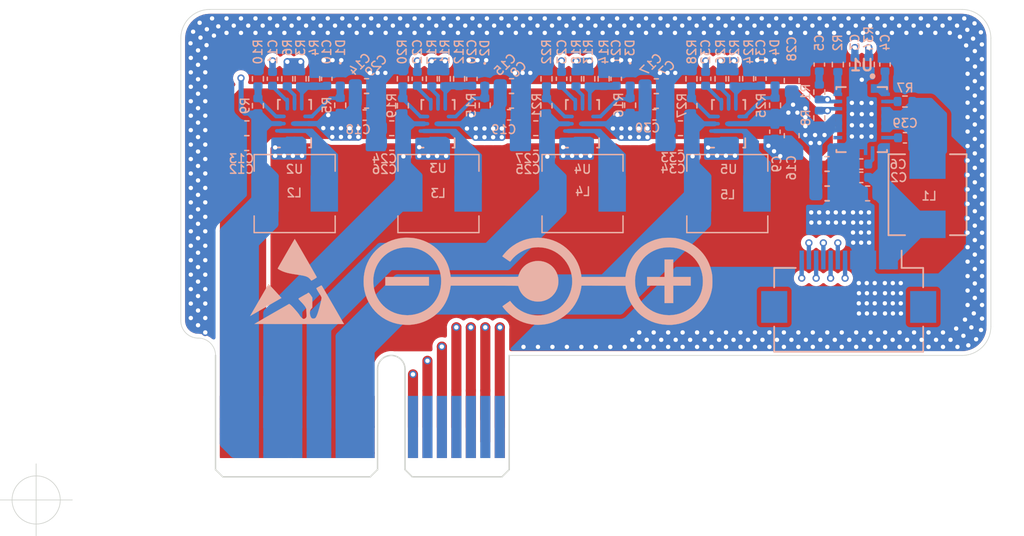
<source format=kicad_pcb>
(kicad_pcb (version 20211014) (generator pcbnew)
  (layers (0 "F.Cu" signal) (1 "In1.Cu" signal) (2 "In2.Cu" signal) (31 "B.Cu" signal) (34 "B.Paste" user) (35 "F.Paste" user) (36 "B.SilkS" user "B.Silkscreen") (37 "F.SilkS" user "F.Silkscreen") (38 "B.Mask" user) (39 "F.Mask" user) (44 "Edge.Cuts" user))
  (net 0 "")
  (net 1 "GND")
  (net 2 "+3V3")
  (net 3 "+5V")
  (net 4 "+1V2")
  (net 5 "+1V5")
  (net 6 "+2V5")
  (net 7 "BAT+")
  (net 8 "Net-(C3-Pad1)")
  (net 9 "Net-(C4-Pad1)")
  (net 10 "Net-(C5-Pad1)")
  (net 11 "Net-(C6-Pad1)")
  (net 12 "Net-(C39-Pad1)")
  (net 13 "Net-(R2-Pad1)")
  (net 14 "Net-(R7-Pad1)")
  (net 15 "Net-(R34-Pad2)")
  (net 16 "Net-(C39-Pad2)")
  (net 17 "REG_EN2")
  (net 18 "REG_EN1")
  (net 19 "REG_CHG")
  (net 20 "REG_POWER")
  (net 21 "BAT_ISET")
  (net 22 "BAT_PG")
  (net 23 "BAT_CHG")
  (net 24 "Net-(C11-Pad2)")
  (net 25 "Net-(C22-Pad2)")
  (net 26 "Net-(C23-Pad2)")
  (net 27 "Net-(C32-Pad2)")
  (net 28 "Net-(L2-Pad1)")
  (net 29 "Net-(L3-Pad1)")
  (net 30 "Net-(L4-Pad1)")
  (net 31 "Net-(L5-Pad1)")
  (net 32 "Net-(R6-Pad2)")
  (net 33 "Net-(R10-Pad1)")
  (net 34 "Net-(R17-Pad2)")
  (net 35 "Net-(R18-Pad2)")
  (net 36 "Net-(R19-Pad2)")
  (net 37 "Net-(R21-Pad2)")
  (net 38 "Net-(R26-Pad2)")
  (net 39 "Net-(R27-Pad2)")
  (net 40 "PG_1.2")
  (net 41 "PG_1.5")
  (net 42 "PG_2.5")
  (net 43 "PG_3.3")
  (net 44 "Net-(C10-Pad1)")
  (net 45 "Net-(C20-Pad1)")
  (net 46 "Net-(C21-Pad1)")
  (net 47 "Net-(C31-Pad1)")
  (footprint "Connector_PCBEdge:BUS_PCIexpress_x1" (layer "F.Cu") (at 111.97 120.21)
    (fp_text reference "PCI1" hide)
    (fp_text value "Conn_02x18_Row_Letter_First")
    (fp_line (start 12.95 3.45) (end 19.15 3.45) (layer "Edge.Cuts") (width 0.1))
    (fp_line (start 10.55 -4) (end 10.55 2.95) (layer "Edge.Cuts") (width 0.1))
    (fp_line (start -0.65 2.95) (end -0.15 3.45) (layer "Edge.Cuts") (width 0.1))
    (fp_line (start 10.55 2.95) (end 10.05 3.45) (layer "Edge.Cuts") (width 0.1))
    (fp_line (start 19.65 2.95) (end 19.15 3.45) (layer "Edge.Cuts") (width 0.1))
    (fp_line (start -0.15 3.45) (end 10.05 3.45) (layer "Edge.Cuts") (width 0.1))
    (fp_line (start 12.45 2.95) (end 12.95 3.45) (layer "Edge.Cuts") (width 0.1))
    (fp_line (start 19.65 -4.95) (end 19.65 2.95) (layer "Edge.Cuts") (width 0.1))
    (fp_line (start 12.45 -4) (end 12.45 2.95) (layer "Edge.Cuts") (width 0.1))
    (fp_line (start -0.65 -4.95) (end -0.65 2.95) (layer "Edge.Cuts") (width 0.1))
    (fp_arc (start 10.55 -4) (mid 11.5 -4.95) (end 12.45 -4) (layer "Edge.Cuts") (width 0.1))
  )
  (footprint "Capacitor_SMD:C_0603_1608Metric" (layer "B.Cu") (at 156.4 104.05 180)
    (fp_text reference "C1" hide)
    (fp_text value "10uF")
  )
  (footprint "Capacitor_SMD:C_0402_1005Metric" (layer "B.Cu") (at 155.96 102.94 180)
    (fp_text reference "C2")
    (fp_text value "0.1uF")
  )
  (footprint "Capacitor_SMD:C_0402_1005Metric" (layer "B.Cu") (at 155.52 95.13 -90)
    (fp_text reference "C3")
    (fp_text value "47pF")
  )
  (footprint "Capacitor_SMD:C_0402_1005Metric" (layer "B.Cu") (at 157.6 95.13 90)
    (fp_text reference "C4")
    (fp_text value "1uF")
  )
  (footprint "Capacitor_SMD:C_0402_1005Metric" (layer "B.Cu") (at 153.06 95.13 90)
    (fp_text reference "C5")
    (fp_text value "1nF")
  )
  (footprint "Capacitor_SMD:C_0402_1005Metric" (layer "B.Cu") (at 155.96 102.02 180)
    (fp_text reference "C6")
    (fp_text value "8.2nF")
  )
  (footprint "Capacitor_SMD:C_0402_1005Metric" (layer "B.Cu") (at 158.98 100.2)
    (fp_text reference "C39")
    (fp_text value "0.1uF")
  )
  (footprint "Capacitor_SMD:C_0603_1608Metric" (layer "B.Cu") (at 153.59 102.01)
    (fp_text reference "C40" hide)
    (fp_text value "22uF")
  )
  (footprint "Capacitor_SMD:C_0603_1608Metric" (layer "B.Cu") (at 153.6 103.03)
    (fp_text reference "C41" hide)
    (fp_text value "22uF")
  )
  (footprint "Inductor_SMD:L_Sunlord_MWSA0518_5.4x5.2mm" (layer "B.Cu") (at 160.54 104.14 90)
    (fp_text reference "L1")
    (fp_text value "1uH")
  )
  (footprint "Resistor_SMD:R_0402_1005Metric" (layer "B.Cu") (at 153.06 97.04 90)
    (fp_text reference "R1")
    (fp_text value "23.7K")
  )
  (footprint "Resistor_SMD:R_0402_1005Metric" (layer "B.Cu") (at 154.34 95.13 90)
    (fp_text reference "R2")
    (fp_text value "113K")
  )
  (footprint "Resistor_SMD:R_0402_1005Metric" (layer "B.Cu") (at 158.98 97.69)
    (fp_text reference "R7")
    (fp_text value "267K")
  )
  (footprint "Resistor_SMD:R_0402_1005Metric" (layer "B.Cu") (at 153.06 98.83 -90)
    (fp_text reference "R8")
    (fp_text value "220K")
  )
  (footprint "Resistor_SMD:R_0402_1005Metric" (layer "B.Cu") (at 156.48 95.13 90)
    (fp_text reference "R34")
    (fp_text value "69.8K")
  )
  (footprint "Lib:IC_TPS61088RHLR" (layer "B.Cu") (at 155.99 98.94 180)
    (fp_text reference "U1")
    (fp_text value "TPS61088RHLR")
  )
  (footprint "Connector_FFC-FPC:Hirose_FH12-14S-0.5SH_1x14-1MP_P0.50mm_Horizontal" (layer "B.Cu") (at 155.09 110.505 180)
    (fp_text reference "J1" hide)
    (fp_text value "Conn_01x14")
  )
  (footprint "Capacitor_SMD:C_0603_1608Metric" (layer "B.Cu") (at 153.6 104.05)
    (fp_text reference "C42" hide)
    (fp_text value "22uF")
  )
  (footprint "Capacitor_SMD:C_0603_1608Metric" (layer "B.Cu") (at 141.79 96.63)
    (fp_text reference "C7")
    (fp_text value "10uF")
  )
  (footprint "Capacitor_SMD:C_0603_1608Metric" (layer "B.Cu") (at 131.78 97.64)
    (fp_text reference "C8")
    (fp_text value "10uF")
  )
  (footprint "Capacitor_SMD:C_0402_1005Metric" (layer "B.Cu") (at 149.99 99.78 -90)
    (fp_text reference "C9")
    (fp_text value "0.1uF")
  )
  (footprint "Capacitor_SMD:C_0402_1005Metric" (layer "B.Cu") (at 119.01 96.12 90)
    (fp_text reference "C10")
    (fp_text value "1uF")
  )
  (footprint "Capacitor_SMD:C_0402_1005Metric" (layer "B.Cu") (at 115.26 96.12 -90)
    (fp_text reference "C11")
    (fp_text value "NS")
  )
  (footprint "Capacitor_SMD:C_0603_1608Metric" (layer "B.Cu") (at 113.49 99.539999 180)
    (fp_text reference "C12")
    (fp_text value "22uF")
  )
  (footprint "Capacitor_SMD:C_0603_1608Metric" (layer "B.Cu") (at 113.475 100.57 180)
    (fp_text reference "C13")
    (fp_text value "22uF")
  )
  (footprint "Capacitor_SMD:C_0603_1608Metric" (layer "B.Cu") (at 121.76 96.62)
    (fp_text reference "C14")
    (fp_text value "10uF")
  )
  (footprint "Capacitor_SMD:C_0603_1608Metric" (layer "B.Cu") (at 131.779999 96.620001)
    (fp_text reference "C15")
    (fp_text value "10uF")
  )
  (footprint "Capacitor_SMD:C_0603_1608Metric" (layer "B.Cu") (at 151.15 100.05 -90)
    (fp_text reference "C16")
    (fp_text value "10uF")
  )
  (footprint "Capacitor_SMD:C_0603_1608Metric" (layer "B.Cu") (at 141.79 97.65)
    (fp_text reference "C17")
    (fp_text value "10uF")
  )
  (footprint "Capacitor_SMD:C_0402_1005Metric" (layer "B.Cu") (at 121.63 98.63)
    (fp_text reference "C18")
    (fp_text value "0.1uF")
  )
  (footprint "Capacitor_SMD:C_0402_1005Metric" (layer "B.Cu") (at 131.61 98.61)
    (fp_text reference "C19")
    (fp_text value "0.1uF")
  )
  (footprint "Capacitor_SMD:C_0402_1005Metric" (layer "B.Cu") (at 129.039999 96.12 90)
    (fp_text reference "C20")
    (fp_text value "1uF")
  )
  (footprint "Capacitor_SMD:C_0402_1005Metric" (layer "B.Cu") (at 139.02 96.12 90)
    (fp_text reference "C21")
    (fp_text value "1uF")
  )
  (footprint "Capacitor_SMD:C_0402_1005Metric" (layer "B.Cu") (at 125.27 96.12 -90)
    (fp_text reference "C22")
    (fp_text value "NS")
  )
  (footprint "Capacitor_SMD:C_0402_1005Metric" (layer "B.Cu") (at 135.24 96.12 -90)
    (fp_text reference "C23")
    (fp_text value "NS")
  )
  (footprint "Capacitor_SMD:C_0603_1608Metric" (layer "B.Cu") (at 123.5 100.56 180)
    (fp_text reference "C24")
    (fp_text value "22uF")
  )
  (footprint "Capacitor_SMD:C_0603_1608Metric" (layer "B.Cu") (at 133.46 99.539999 180)
    (fp_text reference "C25")
    (fp_text value "22uF")
  )
  (footprint "Capacitor_SMD:C_0603_1608Metric" (layer "B.Cu") (at 123.5 99.539999 180)
    (fp_text reference "C26")
    (fp_text value "22uF")
  )
  (footprint "Capacitor_SMD:C_0603_1608Metric" (layer "B.Cu") (at 133.46 100.56 180)
    (fp_text reference "C27")
    (fp_text value "22uF")
  )
  (footprint "Capacitor_SMD:C_0603_1608Metric" (layer "B.Cu") (at 151.15 96.24 90)
    (fp_text reference "C28")
    (fp_text value "10uF")
  )
  (footprint "Capacitor_SMD:C_0603_1608Metric" (layer "B.Cu") (at 121.76 97.64)
    (fp_text reference "C29")
    (fp_text value "10uF")
  )
  (footprint "Capacitor_SMD:C_0402_1005Metric" (layer "B.Cu") (at 141.66 98.61)
    (fp_text reference "C30")
    (fp_text value "0.1uF")
  )
  (footprint "Capacitor_SMD:C_0402_1005Metric" (layer "B.Cu") (at 149.02 96.11 90)
    (fp_text reference "C31")
    (fp_text value "1uF")
  )
  (footprint "Capacitor_SMD:C_0402_1005Metric" (layer "B.Cu") (at 145.2 96.12 -90)
    (fp_text reference "C32")
    (fp_text value "NS")
  )
  (footprint "Capacitor_SMD:C_0603_1608Metric" (layer "B.Cu") (at 143.46 100.56 180)
    (fp_text reference "C33")
    (fp_text value "22uF")
  )
  (footprint "Capacitor_SMD:C_0603_1608Metric" (layer "B.Cu") (at 143.46 99.539999 180)
    (fp_text reference "C34")
    (fp_text value "22uF")
  )
  (footprint "Inductor_SMD:L_Sunlord_MWSA0518_5.4x5.2mm" (layer "B.Cu") (at 116.79 104.06 180)
    (fp_text reference "L2")
    (fp_text value "0.47uH")
  )
  (footprint "Inductor_SMD:L_Sunlord_MWSA0518_5.4x5.2mm" (layer "B.Cu") (at 126.73 104.06 180)
    (fp_text reference "L3")
    (fp_text value "0.47uH")
  )
  (footprint "Inductor_SMD:L_Sunlord_MWSA0518_5.4x5.2mm" (layer "B.Cu") (at 136.69 104.06 180)
    (fp_text reference "L4")
    (fp_text value "0.47uH")
  )
  (footprint "Inductor_SMD:L_Sunlord_MWSA0518_5.4x5.2mm" (layer "B.Cu") (at 146.7 104.06 180)
    (fp_text reference "L5")
    (fp_text value "0.47uH")
  )
  (footprint "Resistor_SMD:R_0402_1005Metric" (layer "B.Cu") (at 117.2 96.12 -90)
    (fp_text reference "R3")
    (fp_text value "NS/200K")
  )
  (footprint "Resistor_SMD:R_0402_1005Metric" (layer "B.Cu") (at 118.14 96.12 90)
    (fp_text reference "R4")
    (fp_text value "100K")
  )
  (footprint "Resistor_SMD:R_0402_1005Metric" (layer "B.Cu") (at 119.94 97.95 90)
    (fp_text reference "R5")
    (fp_text value "2K")
  )
  (footprint "Resistor_SMD:R_0402_1005Metric" (layer "B.Cu") (at 116.28 96.12 -90)
    (fp_text reference "R6")
    (fp_text value "100K")
  )
  (footprint "Resistor_SMD:R_0402_1005Metric" (layer "B.Cu") (at 114.25 97.98 90)
    (fp_text reference "R9")
    (fp_text value "200K")
  )
  (footprint "Resistor_SMD:R_0402_1005Metric" (layer "B.Cu") (at 114.25 96.12 90)
    (fp_text reference "R10")
    (fp_text value "200K")
  )
  (footprint "Resistor_SMD:R_0402_1005Metric" (layer "B.Cu") (at 127.17 96.12 -90)
    (fp_text reference "R11")
    (fp_text value "NS/200K")
  )
  (footprint "Resistor_SMD:R_0402_1005Metric" (layer "B.Cu") (at 128.159999 96.12 90)
    (fp_text reference "R12")
    (fp_text value "100K")
  )
  (footprint "Resistor_SMD:R_0402_1005Metric" (layer "B.Cu") (at 137.16 96.12 -90)
    (fp_text reference "R13")
    (fp_text value "NS/200K")
  )
  (footprint "Resistor_SMD:R_0402_1005Metric" (layer "B.Cu") (at 138.15 96.12 90)
    (fp_text reference "R14")
    (fp_text value "100K")
  )
  (footprint "Resistor_SMD:R_0402_1005Metric" (layer "B.Cu") (at 129.93 97.95 90)
    (fp_text reference "R15")
    (fp_text value "2K")
  )
  (footprint "Resistor_SMD:R_0402_1005Metric" (layer "B.Cu") (at 139.98 97.95 90)
    (fp_text reference "R16")
    (fp_text value "2K")
  )
  (footprint "Resistor_SMD:R_0402_1005Metric" (layer "B.Cu") (at 126.270001 96.12 -90)
    (fp_text reference "R17")
    (fp_text value "100K")
  )
  (footprint "Resistor_SMD:R_0402_1005Metric" (layer "B.Cu") (at 136.24 96.12 -90)
    (fp_text reference "R18")
    (fp_text value "100K")
  )
  (footprint "Resistor_SMD:R_0402_1005Metric" (layer "B.Cu") (at 124.269999 97.98 90)
    (fp_text reference "R19")
    (fp_text value "200K")
  )
  (footprint "Resistor_SMD:R_0402_1005Metric" (layer "B.Cu") (at 124.27 96.12 90)
    (fp_text reference "R20")
    (fp_text value "133.3K")
  )
  (footprint "Resistor_SMD:R_0402_1005Metric" (layer "B.Cu") (at 134.2 97.98 90)
    (fp_text reference "R21")
    (fp_text value "200K")
  )
  (footprint "Resistor_SMD:R_0402_1005Metric" (layer "B.Cu") (at 134.2 96.12 90)
    (fp_text reference "R22")
    (fp_text value "63.2K")
  )
  (footprint "Resistor_SMD:R_0402_1005Metric" (layer "B.Cu") (at 147.17 96.12 -90)
    (fp_text reference "R23")
    (fp_text value "NS/200K")
  )
  (footprint "Resistor_SMD:R_0402_1005Metric" (layer "B.Cu") (at 148.14 96.11 90)
    (fp_text reference "R24")
    (fp_text value "100K")
  )
  (footprint "Resistor_SMD:R_0402_1005Metric" (layer "B.Cu") (at 150 97.95 90)
    (fp_text reference "R25")
    (fp_text value "2K")
  )
  (footprint "Resistor_SMD:R_0402_1005Metric" (layer "B.Cu") (at 146.23 96.12 -90)
    (fp_text reference "R26")
    (fp_text value "100K")
  )
  (footprint "Resistor_SMD:R_0402_1005Metric" (layer "B.Cu") (at 144.22 97.98 90)
    (fp_text reference "R27")
    (fp_text value "200K")
  )
  (footprint "Resistor_SMD:R_0402_1005Metric" (layer "B.Cu") (at 144.22 96.12 90)
    (fp_text reference "R28")
    (fp_text value "44.2K")
  )
  (footprint "MP2145:MP2145_2147_DG_Z" (layer "B.Cu") (at 116.78 99.22)
    (fp_text reference "U2")
    (fp_text value "MP214x")
  )
  (footprint "MP2145:MP2145_2147_DG_Z" (layer "B.Cu") (at 126.7 99.230001)
    (fp_text reference "U3")
    (fp_text value "MP214x")
  )
  (footprint "MP2145:MP2145_2147_DG_Z" (layer "B.Cu") (at 136.69 99.230001)
    (fp_text reference "U4")
    (fp_text value "MP214x")
  )
  (footprint "MP2145:MP2145_2147_DG_Z" (layer "B.Cu") (at 146.79 99.230001)
    (fp_text reference "U5")
    (fp_text value "MP214x")
  )
  (footprint "LED_SMD:LED_0402_1005Metric" (layer "B.Cu") (at 119.94 96.12 -90)
    (fp_text reference "D1")
    (fp_text value "LED")
  )
  (footprint "LED_SMD:LED_0402_1005Metric" (layer "B.Cu") (at 129.93 96.14 -90)
    (fp_text reference "D2")
    (fp_text value "LED")
  )
  (footprint "LED_SMD:LED_0402_1005Metric" (layer "B.Cu") (at 139.98 96.12 -90)
    (fp_text reference "D3")
    (fp_text value "LED")
  )
  (footprint "LED_SMD:LED_0402_1005Metric" (layer "B.Cu") (at 150 96.11 -90)
    (fp_text reference "D4")
    (fp_text value "LED")
  )
  (footprint "Lib:pad-6-1.5" (layer "B.Cu") (at 157.56 92.45 180)
    (fp_text reference "J2" hide)
    (fp_text value "Conn_01x01")
  )
  (footprint "Lib:pad-6-1.5" (layer "B.Cu") (at 163.84 108.4 90)
    (fp_text reference "J3" hide)
    (fp_text value "Conn_01x01")
  )
  (footprint "Lib:pad-6-1.5" (layer "B.Cu") (at 143.853334 92.45 180)
    (fp_text reference "J4" hide)
    (fp_text value "Conn_01x01")
  )
  (footprint "Lib:pad-6-1.5" (layer "B.Cu") (at 163.84 99.04 90)
    (fp_text reference "J6" hide)
    (fp_text value "Conn_01x01")
  )
  (footprint "Lib:pad-6-1.5" (layer "B.Cu") (at 110.11 108.4 90)
    (fp_text reference "J7" hide)
    (fp_text value "Conn_01x01")
  )
  (footprint "Lib:pad-6-1.5" (layer "B.Cu") (at 130.146668 92.45 180)
    (fp_text reference "J8" hide)
    (fp_text value "Conn_01x01")
  )
  (footprint "Lib:pad-6-1.5" (layer "B.Cu") (at 143.853334 114.17 180)
    (fp_text reference "J9" hide)
    (fp_text value "Conn_01x01")
  )
  (footprint "Lib:pad-6-1.5" (layer "B.Cu") (at 110.11 98.73 90)
    (fp_text reference "J10" hide)
    (fp_text value "Conn_01x01")
  )
  (footprint "Lib:pad-6-1.5" (layer "B.Cu") (at 116.44 92.45 180)
    (fp_text reference "J11" hide)
    (fp_text value "Conn_01x01")
  )
  (footprint "Symbol:ESD-Logo_6.6x6mm_SilkScreen" (layer "B.Cu") (at 116.95 110.13 180)
    (fp_text reference "REF**" hide)
    (fp_text value "ESD-Logo_6.6x6mm_SilkScreen" hide)
  )
  (footprint "Symbol:Polarity_Center_Negative_6mm_SilkScreen" (layer "B.Cu") (at 133.62 110.13 180)
    (fp_text reference "REF**" hide)
    (fp_text value "Polarity_Center_Negative_6mm_SilkScreen" hide)
  )
  (gr_line (start 162.92 91.319376) (end 110.92 91.319376) (layer "Edge.Cuts") (width 0.05))
  (gr_line (start 164.920624 93.32) (end 164.92 113.26) (layer "Edge.Cuts") (width 0.05))
  (gr_line (start 131.62 115.26) (end 162.919376 115.260624) (layer "Edge.Cuts") (width 0.05))
  (gr_arc (start 162.92 91.319376) (mid 164.334655 91.905345) (end 164.920624 93.32) (layer "Edge.Cuts") (width 0.05))
  (gr_arc (start 108.919376 93.32) (mid 109.505345 91.905345) (end 110.92 91.319376) (layer "Edge.Cuts") (width 0.05))
  (gr_arc (start 110.119334 114.059334) (mid 109.270335 113.707667) (end 108.918668 112.858668) (layer "Edge.Cuts") (width 0.05))
  (gr_arc (start 164.92 113.26) (mid 164.334031 114.674655) (end 162.919376 115.260624) (layer "Edge.Cuts") (width 0.05))
  (gr_arc (start 110.119334 114.059334) (mid 110.968333 114.411001) (end 111.32 115.26) (layer "Edge.Cuts") (width 0.05))
  (gr_line (start 108.919376 93.32) (end 108.918668 112.858668) (layer "Edge.Cuts") (width 0.05))
  (target plus (at 98.92 125.26) (size 5) (width 0.05) (layer "Edge.Cuts"))
  (segment (start 121.97 122.01) (end 116.97 122.01) (width 0.7) (layer "F.Cu") (net 1))
  (segment (start 121.97 120.21) (end 116.97 120.21) (width 0.7) (layer "F.Cu") (net 1))
  (via (at 110.61 95.67) (size 0.5) (drill 0.3) (layers "F.Cu" "B.Cu") (net 1))
  (via (at 109.61 95.67) (size 0.5) (drill 0.3) (layers "F.Cu" "B.Cu") (net 1))
  (via (at 164.31 95.77) (size 0.5) (drill 0.3) (layers "F.Cu" "B.Cu") (net 1))
  (via (at 163.31 95.77) (size 0.5) (drill 0.3) (layers "F.Cu" "B.Cu") (net 1))
  (via (at 156.349999 110.954999) (size 0.5) (drill 0.3) (layers "F.Cu" "B.Cu") (net 1))
  (via (at 156.89 110.255) (size 0.5) (drill 0.3) (layers "F.Cu" "B.Cu") (net 1))
  (via (at 155.79 110.254999) (size 0.5) (drill 0.3) (layers "F.Cu" "B.Cu") (net 1))
  (via (at 155.8 110.954999) (size 0.5) (drill 0.3) (layers "F.Cu" "B.Cu") (net 1))
  (via (at 156.9 110.955) (size 0.5) (drill 0.3) (layers "F.Cu" "B.Cu") (net 1))
  (via (at 156.339999 110.254999) (size 0.5) (drill 0.3) (layers "F.Cu" "B.Cu") (net 1))
  (via (at 156.89 111.655) (size 0.5) (drill 0.3) (layers "F.Cu" "B.Cu") (net 1))
  (via (at 156.339999 111.654999) (size 0.5) (drill 0.3) (layers "F.Cu" "B.Cu") (net 1))
  (via (at 155.8 112.354999) (size 0.5) (drill 0.3) (layers "F.Cu" "B.Cu") (net 1))
  (via (at 156.9 112.355) (size 0.5) (drill 0.3) (layers "F.Cu" "B.Cu") (net 1))
  (via (at 155.79 111.654999) (size 0.5) (drill 0.3) (layers "F.Cu" "B.Cu") (net 1))
  (via (at 156.349999 112.354999) (size 0.5) (drill 0.3) (layers "F.Cu" "B.Cu") (net 1))
  (via (at 157.6 112.354999) (size 0.5) (drill 0.3) (layers "F.Cu" "B.Cu") (net 1))
  (via (at 158.139999 111.654999) (size 0.5) (drill 0.3) (layers "F.Cu" "B.Cu") (net 1))
  (via (at 158.69 111.655) (size 0.5) (drill 0.3) (layers "F.Cu" "B.Cu") (net 1))
  (via (at 158.7 112.355) (size 0.5) (drill 0.3) (layers "F.Cu" "B.Cu") (net 1))
  (via (at 157.59 111.654999) (size 0.5) (drill 0.3) (layers "F.Cu" "B.Cu") (net 1))
  (via (at 158.149999 112.354999) (size 0.5) (drill 0.3) (layers "F.Cu" "B.Cu") (net 1))
  (via (at 158.139999 110.254999) (size 0.5) (drill 0.3) (layers "F.Cu" "B.Cu") (net 1))
  (via (at 158.7 110.955) (size 0.5) (drill 0.3) (layers "F.Cu" "B.Cu") (net 1))
  (via (at 158.149999 110.954999) (size 0.5) (drill 0.3) (layers "F.Cu" "B.Cu") (net 1))
  (via (at 157.59 110.254999) (size 0.5) (drill 0.3) (layers "F.Cu" "B.Cu") (net 1))
  (via (at 158.69 110.255) (size 0.5) (drill 0.3) (layers "F.Cu" "B.Cu") (net 1))
  (via (at 157.6 110.954999) (size 0.5) (drill 0.3) (layers "F.Cu" "B.Cu") (net 1))
  (via (at 155.995 98.566666) (size 0.5) (drill 0.3) (layers "F.Cu" "B.Cu") (net 1))
  (via (at 156.67 98.566666) (size 0.5) (drill 0.3) (layers "F.Cu" "B.Cu") (net 1))
  (via (at 155.32 98.556666) (size 0.5) (drill 0.3) (layers "F.Cu" "B.Cu") (net 1))
  (via (at 155.985 99.343332) (size 0.5) (drill 0.3) (layers "F.Cu" "B.Cu") (net 1))
  (via (at 155.310001 99.333332) (size 0.5) (drill 0.3) (layers "F.Cu" "B.Cu") (net 1))
  (via (at 156.66 99.343332) (size 0.5) (drill 0.3) (layers "F.Cu" "B.Cu") (net 1))
  (via (at 155.31 100.11) (size 0.5) (drill 0.3) (layers "F.Cu" "B.Cu") (net 1))
  (via (at 155.985 100.12) (size 0.5) (drill 0.3) (layers "F.Cu" "B.Cu") (net 1))
  (via (at 156.66 100.12) (size 0.5) (drill 0.3) (layers "F.Cu" "B.Cu") (net 1))
  (via (at 112.08 91.94) (size 0.5) (drill 0.3) (layers "F.Cu" "B.Cu") (net 1))
  (via (at 113.08 91.94) (size 0.5) (drill 0.3) (layers "F.Cu" "B.Cu") (net 1))
  (via (at 114.08 91.94) (size 0.5) (drill 0.3) (layers "F.Cu" "B.Cu") (net 1))
  (via (at 115.08 91.94) (size 0.5) (drill 0.3) (layers "F.Cu" "B.Cu") (net 1))
  (via (at 116.08 91.94) (size 0.5) (drill 0.3) (layers "F.Cu" "B.Cu") (net 1))
  (via (at 117.08 91.94) (size 0.5) (drill 0.3) (layers "F.Cu" "B.Cu") (net 1))
  (via (at 118.08 91.94) (size 0.5) (drill 0.3) (layers "F.Cu" "B.Cu") (net 1))
  (via (at 119.08 91.94) (size 0.5) (drill 0.3) (layers "F.Cu" "B.Cu") (net 1))
  (via (at 120.08 91.94) (size 0.5) (drill 0.3) (layers "F.Cu" "B.Cu") (net 1))
  (via (at 121.08 91.94) (size 0.5) (drill 0.3) (layers "F.Cu" "B.Cu") (net 1))
  (via (at 122.08 91.94) (size 0.5) (drill 0.3) (layers "F.Cu" "B.Cu") (net 1))
  (via (at 123.08 91.94) (size 0.5) (drill 0.3) (layers "F.Cu" "B.Cu") (net 1))
  (via (at 124.08 91.94) (size 0.5) (drill 0.3) (layers "F.Cu" "B.Cu") (net 1))
  (via (at 125.08 91.94) (size 0.5) (drill 0.3) (layers "F.Cu" "B.Cu") (net 1))
  (via (at 126.08 91.94) (size 0.5) (drill 0.3) (layers "F.Cu" "B.Cu") (net 1))
  (via (at 127.08 91.94) (size 0.5) (drill 0.3) (layers "F.Cu" "B.Cu") (net 1))
  (via (at 128.08 91.94) (size 0.5) (drill 0.3) (layers "F.Cu" "B.Cu") (net 1))
  (via (at 129.08 91.94) (size 0.5) (drill 0.3) (layers "F.Cu" "B.Cu") (net 1))
  (via (at 130.08 91.94) (size 0.5) (drill 0.3) (layers "F.Cu" "B.Cu") (net 1))
  (via (at 131.08 91.94) (size 0.5) (drill 0.3) (layers "F.Cu" "B.Cu") (net 1))
  (via (at 132.08 91.94) (size 0.5) (drill 0.3) (layers "F.Cu" "B.Cu") (net 1))
  (via (at 133.08 91.94) (size 0.5) (drill 0.3) (layers "F.Cu" "B.Cu") (net 1))
  (via (at 134.08 91.94) (size 0.5) (drill 0.3) (layers "F.Cu" "B.Cu") (net 1))
  (via (at 135.08 91.94) (size 0.5) (drill 0.3) (layers "F.Cu" "B.Cu") (net 1))
  (via (at 136.08 91.94) (size 0.5) (drill 0.3) (layers "F.Cu" "B.Cu") (net 1))
  (via (at 137.08 91.94) (size 0.5) (drill 0.3) (layers "F.Cu" "B.Cu") (net 1))
  (via (at 138.08 91.94) (size 0.5) (drill 0.3) (layers "F.Cu" "B.Cu") (net 1))
  (via (at 139.08 91.94) (size 0.5) (drill 0.3) (layers "F.Cu" "B.Cu") (net 1))
  (via (at 140.08 91.94) (size 0.5) (drill 0.3) (layers "F.Cu" "B.Cu") (net 1))
  (via (at 141.08 91.94) (size 0.5) (drill 0.3) (layers "F.Cu" "B.Cu") (net 1))
  (via (at 142.08 91.94) (size 0.5) (drill 0.3) (layers "F.Cu" "B.Cu") (net 1))
  (via (at 143.08 91.94) (size 0.5) (drill 0.3) (layers "F.Cu" "B.Cu") (net 1))
  (via (at 144.08 91.94) (size 0.5) (drill 0.3) (layers "F.Cu" "B.Cu") (net 1))
  (via (at 145.08 91.94) (size 0.5) (drill 0.3) (layers "F.Cu" "B.Cu") (net 1))
  (via (at 146.08 91.94) (size 0.5) (drill 0.3) (layers "F.Cu" "B.Cu") (net 1))
  (via (at 147.08 91.94) (size 0.5) (drill 0.3) (layers "F.Cu" "B.Cu") (net 1))
  (via (at 148.08 91.94) (size 0.5) (drill 0.3) (layers "F.Cu" "B.Cu") (net 1))
  (via (at 149.08 91.94) (size 0.5) (drill 0.3) (layers "F.Cu" "B.Cu") (net 1))
  (via (at 150.08 91.94) (size 0.5) (drill 0.3) (layers "F.Cu" "B.Cu") (net 1))
  (via (at 151.08 91.94) (size 0.5) (drill 0.3) (layers "F.Cu" "B.Cu") (net 1))
  (via (at 152.08 91.94) (size 0.5) (drill 0.3) (layers "F.Cu" "B.Cu") (net 1))
  (via (at 153.08 91.94) (size 0.5) (drill 0.3) (layers "F.Cu" "B.Cu") (net 1))
  (via (at 154.08 91.94) (size 0.5) (drill 0.3) (layers "F.Cu" "B.Cu") (net 1))
  (via (at 155.08 91.94) (size 0.5) (drill 0.3) (layers "F.Cu" "B.Cu") (net 1))
  (via (at 156.08 91.94) (size 0.5) (drill 0.3) (layers "F.Cu" "B.Cu") (net 1))
  (via (at 157.08 91.94) (size 0.5) (drill 0.3) (layers "F.Cu" "B.Cu") (net 1))
  (via (at 158.08 91.94) (size 0.5) (drill 0.3) (layers "F.Cu" "B.Cu") (net 1))
  (via (at 159.08 91.94) (size 0.5) (drill 0.3) (layers "F.Cu" "B.Cu") (net 1))
  (via (at 160.08 91.94) (size 0.5) (drill 0.3) (layers "F.Cu" "B.Cu") (net 1))
  (via (at 111.21 93.13) (size 0.5) (drill 0.3) (layers "F.Cu" "B.Cu") (net 1))
  (via (at 112.08 92.94) (size 0.5) (drill 0.3) (layers "F.Cu" "B.Cu") (net 1))
  (via (at 113.08 92.94) (size 0.5) (drill 0.3) (layers "F.Cu" "B.Cu") (net 1))
  (via (at 114.08 92.94) (size 0.5) (drill 0.3) (layers "F.Cu" "B.Cu") (net 1))
  (via (at 115.08 92.94) (size 0.5) (drill 0.3) (layers "F.Cu" "B.Cu") (net 1))
  (via (at 116.08 92.94) (size 0.5) (drill 0.3) (layers "F.Cu" "B.Cu") (net 1))
  (via (at 117.08 92.94) (size 0.5) (drill 0.3) (layers "F.Cu" "B.Cu") (net 1))
  (via (at 118.08 92.94) (size 0.5) (drill 0.3) (layers "F.Cu" "B.Cu") (net 1))
  (via (at 119.08 92.94) (size 0.5) (drill 0.3) (layers "F.Cu" "B.Cu") (net 1))
  (via (at 120.08 92.94) (size 0.5) (drill 0.3) (layers "F.Cu" "B.Cu") (net 1))
  (via (at 121.08 92.94) (size 0.5) (drill 0.3) (layers "F.Cu" "B.Cu") (net 1))
  (via (at 122.08 92.94) (size 0.5) (drill 0.3) (layers "F.Cu" "B.Cu") (net 1))
  (via (at 123.08 92.94) (size 0.5) (drill 0.3) (layers "F.Cu" "B.Cu") (net 1))
  (via (at 124.08 92.94) (size 0.5) (drill 0.3) (layers "F.Cu" "B.Cu") (net 1))
  (via (at 125.08 92.94) (size 0.5) (drill 0.3) (layers "F.Cu" "B.Cu") (net 1))
  (via (at 126.08 92.94) (size 0.5) (drill 0.3) (layers "F.Cu" "B.Cu") (net 1))
  (via (at 127.08 92.94) (size 0.5) (drill 0.3) (layers "F.Cu" "B.Cu") (net 1))
  (via (at 128.08 92.94) (size 0.5) (drill 0.3) (layers "F.Cu" "B.Cu") (net 1))
  (via (at 129.08 92.94) (size 0.5) (drill 0.3) (layers "F.Cu" "B.Cu") (net 1))
  (via (at 130.08 92.94) (size 0.5) (drill 0.3) (layers "F.Cu" "B.Cu") (net 1))
  (via (at 131.08 92.94) (size 0.5) (drill 0.3) (layers "F.Cu" "B.Cu") (net 1))
  (via (at 132.08 92.94) (size 0.5) (drill 0.3) (layers "F.Cu" "B.Cu") (net 1))
  (via (at 133.08 92.94) (size 0.5) (drill 0.3) (layers "F.Cu" "B.Cu") (net 1))
  (via (at 134.08 92.94) (size 0.5) (drill 0.3) (layers "F.Cu" "B.Cu") (net 1))
  (via (at 135.08 92.94) (size 0.5) (drill 0.3) (layers "F.Cu" "B.Cu") (net 1))
  (via (at 136.08 92.94) (size 0.5) (drill 0.3) (layers "F.Cu" "B.Cu") (net 1))
  (via (at 137.08 92.94) (size 0.5) (drill 0.3) (layers "F.Cu" "B.Cu") (net 1))
  (via (at 138.08 92.94) (size 0.5) (drill 0.3) (layers "F.Cu" "B.Cu") (net 1))
  (via (at 139.08 92.94) (size 0.5) (drill 0.3) (layers "F.Cu" "B.Cu") (net 1))
  (via (at 140.08 92.94) (size 0.5) (drill 0.3) (layers "F.Cu" "B.Cu") (net 1))
  (via (at 141.08 92.94) (size 0.5) (drill 0.3) (layers "F.Cu" "B.Cu") (net 1))
  (via (at 142.08 92.94) (size 0.5) (drill 0.3) (layers "F.Cu" "B.Cu") (net 1))
  (via (at 143.08 92.94) (size 0.5) (drill 0.3) (layers "F.Cu" "B.Cu") (net 1))
  (via (at 144.08 92.94) (size 0.5) (drill 0.3) (layers "F.Cu" "B.Cu") (net 1))
  (via (at 145.08 92.94) (size 0.5) (drill 0.3) (layers "F.Cu" "B.Cu") (net 1))
  (via (at 146.08 92.94) (size 0.5) (drill 0.3) (layers "F.Cu" "B.Cu") (net 1))
  (via (at 147.08 92.94) (size 0.5) (drill 0.3) (layers "F.Cu" "B.Cu") (net 1))
  (via (at 148.08 92.94) (size 0.5) (drill 0.3) (layers "F.Cu" "B.Cu") (net 1))
  (via (at 149.08 92.94) (size 0.5) (drill 0.3) (layers "F.Cu" "B.Cu") (net 1))
  (via (at 150.08 92.94) (size 0.5) (drill 0.3) (layers "F.Cu" "B.Cu") (net 1))
  (via (at 151.08 92.94) (size 0.5) (drill 0.3) (layers "F.Cu" "B.Cu") (net 1))
  (via (at 152.08 92.94) (size 0.5) (drill 0.3) (layers "F.Cu" "B.Cu") (net 1))
  (via (at 153.08 92.94) (size 0.5) (drill 0.3) (layers "F.Cu" "B.Cu") (net 1))
  (via (at 154.08 92.94) (size 0.5) (drill 0.3) (layers "F.Cu" "B.Cu") (net 1))
  (via (at 155.08 92.94) (size 0.5) (drill 0.3) (layers "F.Cu" "B.Cu") (net 1))
  (via (at 156.08 92.94) (size 0.5) (drill 0.3) (layers "F.Cu" "B.Cu") (net 1))
  (via (at 157.08 92.94) (size 0.5) (drill 0.3) (layers "F.Cu" "B.Cu") (net 1))
  (via (at 158.08 92.94) (size 0.5) (drill 0.3) (layers "F.Cu" "B.Cu") (net 1))
  (via (at 159.08 92.94) (size 0.5) (drill 0.3) (layers "F.Cu" "B.Cu") (net 1))
  (via (at 160.08 92.94) (size 0.5) (drill 0.3) (layers "F.Cu" "B.Cu") (net 1))
  (via (at 161.08 92.94) (size 0.5) (drill 0.3) (layers "F.Cu" "B.Cu") (net 1))
  (via (at 161.08 91.94) (size 0.5) (drill 0.3) (layers "F.Cu" "B.Cu") (net 1))
  (via (at 162.08 92.94) (size 0.5) (drill 0.3) (layers "F.Cu" "B.Cu") (net 1))
  (via (at 162.08 91.94) (size 0.5) (drill 0.3) (layers "F.Cu" "B.Cu") (net 1))
  (via (at 162.78 93.21) (size 0.5) (drill 0.3) (layers "F.Cu" "B.Cu") (net 1))
  (via (at 163.08 91.94) (size 0.5) (drill 0.3) (layers "F.Cu" "B.Cu") (net 1))
  (via (at 110.22 92.24) (size 0.5) (drill 0.3) (layers "F.Cu" "B.Cu") (net 1))
  (via (at 109.59 93.66) (size 0.5) (drill 0.3) (layers "F.Cu" "B.Cu") (net 1))
  (via (at 110.7 93.79) (size 0.5) (drill 0.3) (layers "F.Cu" "B.Cu") (net 1))
  (via (at 109.61 94.67) (size 0.5) (drill 0.3) (layers "F.Cu" "B.Cu") (net 1))
  (via (at 110.61 94.67) (size 0.5) (drill 0.3) (layers "F.Cu" "B.Cu") (net 1))
  (via (at 109.61 96.67) (size 0.5) (drill 0.3) (layers "F.Cu" "B.Cu") (net 1))
  (via (at 110.61 96.67) (size 0.5) (drill 0.3) (layers "F.Cu" "B.Cu") (net 1))
  (via (at 109.61 97.67) (size 0.5) (drill 0.3) (layers "F.Cu" "B.Cu") (net 1))
  (via (at 110.61 97.67) (size 0.5) (drill 0.3) (layers "F.Cu" "B.Cu") (net 1))
  (via (at 109.61 98.67) (size 0.5) (drill 0.3) (layers "F.Cu" "B.Cu") (net 1))
  (via (at 110.61 98.67) (size 0.5) (drill 0.3) (layers "F.Cu" "B.Cu") (net 1))
  (via (at 109.61 99.67) (size 0.5) (drill 0.3) (layers "F.Cu" "B.Cu") (net 1))
  (via (at 110.61 99.67) (size 0.5) (drill 0.3) (layers "F.Cu" "B.Cu") (net 1))
  (via (at 109.61 100.67) (size 0.5) (drill 0.3) (layers "F.Cu" "B.Cu") (net 1))
  (via (at 110.61 100.67) (size 0.5) (drill 0.3) (layers "F.Cu" "B.Cu") (net 1))
  (via (at 109.61 101.67) (size 0.5) (drill 0.3) (layers "F.Cu" "B.Cu") (net 1))
  (via (at 110.61 101.67) (size 0.5) (drill 0.3) (layers "F.Cu" "B.Cu") (net 1))
  (via (at 109.61 102.67) (size 0.5) (drill 0.3) (layers "F.Cu" "B.Cu") (net 1))
  (via (at 110.61 102.67) (size 0.5) (drill 0.3) (layers "F.Cu" "B.Cu") (net 1))
  (via (at 109.61 103.67) (size 0.5) (drill 0.3) (layers "F.Cu" "B.Cu") (net 1))
  (via (at 110.61 103.67) (size 0.5) (drill 0.3) (layers "F.Cu" "B.Cu") (net 1))
  (via (at 109.61 104.67) (size 0.5) (drill 0.3) (layers "F.Cu" "B.Cu") (net 1))
  (via (at 110.61 104.67) (size 0.5) (drill 0.3) (layers "F.Cu" "B.Cu") (net 1))
  (via (at 109.61 105.67) (size 0.5) (drill 0.3) (layers "F.Cu" "B.Cu") (net 1))
  (via (at 110.61 105.67) (size 0.5) (drill 0.3) (layers "F.Cu" "B.Cu") (net 1))
  (via (at 109.61 106.67) (size 0.5) (drill 0.3) (layers "F.Cu" "B.Cu") (net 1))
  (via (at 110.61 106.67) (size 0.5) (drill 0.3) (layers "F.Cu" "B.Cu") (net 1))
  (via (at 109.61 107.67) (size 0.5) (drill 0.3) (layers "F.Cu" "B.Cu") (net 1))
  (via (at 110.61 107.67) (size 0.5) (drill 0.3) (layers "F.Cu" "B.Cu") (net 1))
  (via (at 109.61 108.67) (size 0.5) (drill 0.3) (layers "F.Cu" "B.Cu") (net 1))
  (via (at 110.61 108.67) (size 0.5) (drill 0.3) (layers "F.Cu" "B.Cu") (net 1))
  (via (at 109.61 109.67) (size 0.5) (drill 0.3) (layers "F.Cu" "B.Cu") (net 1))
  (via (at 110.61 109.67) (size 0.5) (drill 0.3) (layers "F.Cu" "B.Cu") (net 1))
  (via (at 109.61 110.67) (size 0.5) (drill 0.3) (layers "F.Cu" "B.Cu") (net 1))
  (via (at 110.61 110.67) (size 0.5) (drill 0.3) (layers "F.Cu" "B.Cu") (net 1))
  (via (at 109.61 111.67) (size 0.5) (drill 0.3) (layers "F.Cu" "B.Cu") (net 1))
  (via (at 110.61 111.67) (size 0.5) (drill 0.3) (layers "F.Cu" "B.Cu") (net 1))
  (via (at 109.61 112.67) (size 0.5) (drill 0.3) (layers "F.Cu" "B.Cu") (net 1))
  (via (at 110.61 112.67) (size 0.5) (drill 0.3) (layers "F.Cu" "B.Cu") (net 1))
  (via (at 110.61 113.67) (size 0.5) (drill 0.3) (layers "F.Cu" "B.Cu") (net 1))
  (via (at 140.61 113.67) (size 0.5) (drill 0.3) (layers "F.Cu" "B.Cu") (net 1))
  (via (at 141.61 113.67) (size 0.5) (drill 0.3) (layers "F.Cu" "B.Cu") (net 1))
  (via (at 142.61 113.67) (size 0.5) (drill 0.3) (layers "F.Cu" "B.Cu") (net 1))
  (via (at 143.61 113.67) (size 0.5) (drill 0.3) (layers "F.Cu" "B.Cu") (net 1))
  (via (at 144.61 113.67) (size 0.5) (drill 0.3) (layers "F.Cu" "B.Cu") (net 1))
  (via (at 145.61 113.67) (size 0.5) (drill 0.3) (layers "F.Cu" "B.Cu") (net 1))
  (via (at 146.61 113.67) (size 0.5) (drill 0.3) (layers "F.Cu" "B.Cu") (net 1))
  (via (at 147.61 113.67) (size 0.5) (drill 0.3) (layers "F.Cu" "B.Cu") (net 1))
  (via (at 148.61 113.67) (size 0.5) (drill 0.3) (layers "F.Cu" "B.Cu") (net 1))
  (via (at 149.61 113.67) (size 0.5) (drill 0.3) (layers "F.Cu" "B.Cu") (net 1))
  (via (at 150.61 113.67) (size 0.5) (drill 0.3) (layers "F.Cu" "B.Cu") (net 1))
  (via (at 151.61 113.67) (size 0.5) (drill 0.3) (layers "F.Cu" "B.Cu") (net 1))
  (via (at 152.61 113.67) (size 0.5) (drill 0.3) (layers "F.Cu" "B.Cu") (net 1))
  (via (at 153.61 113.67) (size 0.5) (drill 0.3) (layers "F.Cu" "B.Cu") (net 1))
  (via (at 154.61 113.67) (size 0.5) (drill 0.3) (layers "F.Cu" "B.Cu") (net 1))
  (via (at 155.61 113.67) (size 0.5) (drill 0.3) (layers "F.Cu" "B.Cu") (net 1))
  (via (at 156.61 113.67) (size 0.5) (drill 0.3) (layers "F.Cu" "B.Cu") (net 1))
  (via (at 157.61 113.67) (size 0.5) (drill 0.3) (layers "F.Cu" "B.Cu") (net 1))
  (via (at 158.61 113.67) (size 0.5) (drill 0.3) (layers "F.Cu" "B.Cu") (net 1))
  (via (at 159.61 113.67) (size 0.5) (drill 0.3) (layers "F.Cu" "B.Cu") (net 1))
  (via (at 160.61 113.67) (size 0.5) (drill 0.3) (layers "F.Cu" "B.Cu") (net 1))
  (via (at 161.61 113.67) (size 0.5) (drill 0.3) (layers "F.Cu" "B.Cu") (net 1))
  (via (at 162.52 113.4) (size 0.5) (drill 0.3) (layers "F.Cu" "B.Cu") (net 1))
  (via (at 132.61 114.67) (size 0.5) (drill 0.3) (layers "F.Cu" "B.Cu") (net 1))
  (via (at 133.61 114.67) (size 0.5) (drill 0.3) (layers "F.Cu" "B.Cu") (net 1))
  (via (at 134.61 114.67) (size 0.5) (drill 0.3) (layers "F.Cu" "B.Cu") (net 1))
  (via (at 135.61 114.67) (size 0.5) (drill 0.3) (layers "F.Cu" "B.Cu") (net 1))
  (via (at 136.61 114.67) (size 0.5) (drill 0.3) (layers "F.Cu" "B.Cu") (net 1))
  (via (at 137.61 114.67) (size 0.5) (drill 0.3) (layers "F.Cu" "B.Cu") (net 1))
  (via (at 138.61 114.67) (size 0.5) (drill 0.3) (layers "F.Cu" "B.Cu") (net 1))
  (via (at 139.61 114.67) (size 0.5) (drill 0.3) (layers "F.Cu" "B.Cu") (net 1))
  (via (at 140.61 114.67) (size 0.5) (drill 0.3) (layers "F.Cu" "B.Cu") (net 1))
  (via (at 141.61 114.67) (size 0.5) (drill 0.3) (layers "F.Cu" "B.Cu") (net 1))
  (via (at 142.61 114.67) (size 0.5) (drill 0.3) (layers "F.Cu" "B.Cu") (net 1))
  (via (at 143.61 114.67) (size 0.5) (drill 0.3) (layers "F.Cu" "B.Cu") (net 1))
  (via (at 144.61 114.67) (size 0.5) (drill 0.3) (layers "F.Cu" "B.Cu") (net 1))
  (via (at 145.61 114.67) (size 0.5) (drill 0.3) (layers "F.Cu" "B.Cu") (net 1))
  (via (at 146.61 114.67) (size 0.5) (drill 0.3) (layers "F.Cu" "B.Cu") (net 1))
  (via (at 147.61 114.67) (size 0.5) (drill 0.3) (layers "F.Cu" "B.Cu") (net 1))
  (via (at 148.61 114.67) (size 0.5) (drill 0.3) (layers "F.Cu" "B.Cu") (net 1))
  (via (at 149.61 114.67) (size 0.5) (drill 0.3) (layers "F.Cu" "B.Cu") (net 1))
  (via (at 150.61 114.67) (size 0.5) (drill 0.3) (layers "F.Cu" "B.Cu") (net 1))
  (via (at 151.61 114.67) (size 0.5) (drill 0.3) (layers "F.Cu" "B.Cu") (net 1))
  (via (at 152.61 114.67) (size 0.5) (drill 0.3) (layers "F.Cu" "B.Cu") (net 1))
  (via (at 153.61 114.67) (size 0.5) (drill 0.3) (layers "F.Cu" "B.Cu") (net 1))
  (via (at 154.61 114.67) (size 0.5) (drill 0.3) (layers "F.Cu" "B.Cu") (net 1))
  (via (at 155.61 114.67) (size 0.5) (drill 0.3) (layers "F.Cu" "B.Cu") (net 1))
  (via (at 156.61 114.67) (size 0.5) (drill 0.3) (layers "F.Cu" "B.Cu") (net 1))
  (via (at 157.61 114.67) (size 0.5) (drill 0.3) (layers "F.Cu" "B.Cu") (net 1))
  (via (at 158.61 114.67) (size 0.5) (drill 0.3) (layers "F.Cu" "B.Cu") (net 1))
  (via (at 159.61 114.67) (size 0.5) (drill 0.3) (layers "F.Cu" "B.Cu") (net 1))
  (via (at 160.61 114.67) (size 0.5) (drill 0.3) (layers "F.Cu" "B.Cu") (net 1))
  (via (at 161.61 114.67) (size 0.5) (drill 0.3) (layers "F.Cu" "B.Cu") (net 1))
  (via (at 162.61 114.67) (size 0.5) (drill 0.3) (layers "F.Cu" "B.Cu") (net 1))
  (via (at 163.79 92.28) (size 0.5) (drill 0.3) (layers "F.Cu" "B.Cu") (net 1))
  (via (at 163.21 93.81) (size 0.5) (drill 0.3) (layers "F.Cu" "B.Cu") (net 1))
  (via (at 164.3 93.74) (size 0.5) (drill 0.3) (layers "F.Cu" "B.Cu") (net 1))
  (via (at 163.31 94.77) (size 0.5) (drill 0.3) (layers "F.Cu" "B.Cu") (net 1))
  (via (at 164.3 94.76) (size 0.5) (drill 0.3) (layers "F.Cu" "B.Cu") (net 1))
  (via (at 163.31 96.77) (size 0.5) (drill 0.3) (layers "F.Cu" "B.Cu") (net 1))
  (via (at 164.31 96.77) (size 0.5) (drill 0.3) (layers "F.Cu" "B.Cu") (net 1))
  (via (at 163.31 97.77) (size 0.5) (drill 0.3) (layers "F.Cu" "B.Cu") (net 1))
  (via (at 164.31 97.77) (size 0.5) (drill 0.3) (layers "F.Cu" "B.Cu") (net 1))
  (via (at 163.31 98.77) (size 0.5) (drill 0.3) (layers "F.Cu" "B.Cu") (net 1))
  (via (at 164.31 98.77) (size 0.5) (drill 0.3) (layers "F.Cu" "B.Cu") (net 1))
  (via (at 163.31 99.77) (size 0.5) (drill 0.3) (layers "F.Cu" "B.Cu") (net 1))
  (via (at 164.31 99.77) (size 0.5) (drill 0.3) (layers "F.Cu" "B.Cu") (net 1))
  (via (at 163.31 100.77) (size 0.5) (drill 0.3) (layers "F.Cu" "B.Cu") (net 1))
  (via (at 164.31 100.77) (size 0.5) (drill 0.3) (layers "F.Cu" "B.Cu") (net 1))
  (via (at 163.31 101.77) (size 0.5) (drill 0.3) (layers "F.Cu" "B.Cu") (net 1))
  (via (at 164.31 101.77) (size 0.5) (drill 0.3) (layers "F.Cu" "B.Cu") (net 1))
  (via (at 163.31 102.77) (size 0.5) (drill 0.3) (layers "F.Cu" "B.Cu") (net 1))
  (via (at 164.31 102.77) (size 0.5) (drill 0.3) (layers "F.Cu" "B.Cu") (net 1))
  (via (at 163.31 103.77) (size 0.5) (drill 0.3) (layers "F.Cu" "B.Cu") (net 1))
  (via (at 164.31 103.77) (size 0.5) (drill 0.3) (layers "F.Cu" "B.Cu") (net 1))
  (via (at 163.31 104.77) (size 0.5) (drill 0.3) (layers "F.Cu" "B.Cu") (net 1))
  (via (at 164.31 104.77) (size 0.5) (drill 0.3) (layers "F.Cu" "B.Cu") (net 1))
  (via (at 163.31 105.77) (size 0.5) (drill 0.3) (layers "F.Cu" "B.Cu") (net 1))
  (via (at 164.31 105.77) (size 0.5) (drill 0.3) (layers "F.Cu" "B.Cu") (net 1))
  (via (at 163.31 106.77) (size 0.5) (drill 0.3) (layers "F.Cu" "B.Cu") (net 1))
  (via (at 164.31 106.77) (size 0.5) (drill 0.3) (layers "F.Cu" "B.Cu") (net 1))
  (via (at 163.31 107.77) (size 0.5) (drill 0.3) (layers "F.Cu" "B.Cu") (net 1))
  (via (at 164.31 107.77) (size 0.5) (drill 0.3) (layers "F.Cu" "B.Cu") (net 1))
  (via (at 163.31 108.77) (size 0.5) (drill 0.3) (layers "F.Cu" "B.Cu") (net 1))
  (via (at 164.31 108.77) (size 0.5) (drill 0.3) (layers "F.Cu" "B.Cu") (net 1))
  (via (at 163.31 109.77) (size 0.5) (drill 0.3) (layers "F.Cu" "B.Cu") (net 1))
  (via (at 164.31 109.77) (size 0.5) (drill 0.3) (layers "F.Cu" "B.Cu") (net 1))
  (via (at 163.31 110.77) (size 0.5) (drill 0.3) (layers "F.Cu" "B.Cu") (net 1))
  (via (at 164.31 110.77) (size 0.5) (drill 0.3) (layers "F.Cu" "B.Cu") (net 1))
  (via (at 163.31 111.77) (size 0.5) (drill 0.3) (layers "F.Cu" "B.Cu") (net 1))
  (via (at 164.31 111.77) (size 0.5) (drill 0.3) (layers "F.Cu" "B.Cu") (net 1))
  (via (at 163.13 112.78) (size 0.5) (drill 0.3) (layers "F.Cu" "B.Cu") (net 1))
  (via (at 164.31 112.71) (size 0.5) (drill 0.3) (layers "F.Cu" "B.Cu") (net 1))
  (via (at 164.24 113.5) (size 0.5) (drill 0.3) (layers "F.Cu" "B.Cu") (net 1))
  (via (at 163.36 114.56) (size 0.5) (drill 0.3) (layers "F.Cu" "B.Cu") (net 1))
  (via (at 120.58 92.44) (size 0.5) (drill 0.3) (layers "F.Cu" "B.Cu") (net 1))
  (via (at 135.58 92.44) (size 0.5) (drill 0.3) (layers "F.Cu" "B.Cu") (net 1))
  (via (at 151.58 92.44) (size 0.5) (drill 0.3) (layers "F.Cu" "B.Cu") (net 1))
  (via (at 152.58 92.44) (size 0.5) (drill 0.3) (layers "F.Cu" "B.Cu") (net 1))
  (via (at 153.58 92.44) (size 0.5) (drill 0.3) (layers "F.Cu" "B.Cu") (net 1))
  (via (at 158.58 92.44) (size 0.5) (drill 0.3) (layers "F.Cu" "B.Cu") (net 1))
  (via (at 142.58 92.44) (size 0.5) (drill 0.3) (layers "F.Cu" "B.Cu") (net 1))
  (via (at 143.58 92.44) (size 0.5) (drill 0.3) (layers "F.Cu" "B.Cu") (net 1))
  (via (at 147.58 92.44) (size 0.5) (drill 0.3) (layers "F.Cu" "B.Cu") (net 1))
  (via (at 118.58 92.44) (size 0.5) (drill 0.3) (layers "F.Cu" "B.Cu") (net 1))
  (via (at 150.58 92.44) (size 0.5) (drill 0.3) (layers "F.Cu" "B.Cu") (net 1))
  (via (at 127.58 92.44) (size 0.5) (drill 0.3) (layers "F.Cu" "B.Cu") (net 1))
  (via (at 155.58 92.44) (size 0.5) (drill 0.3) (layers "F.Cu" "B.Cu") (net 1))
  (via (at 121.58 92.44) (size 0.5) (drill 0.3) (layers "F.Cu" "B.Cu") (net 1))
  (via (at 136.58 92.44) (size 0.5) (drill 0.3) (layers "F.Cu" "B.Cu") (net 1))
  (via (at 126.58 92.44) (size 0.5) (drill 0.3) (layers "F.Cu" "B.Cu") (net 1))
  (via (at 154.58 92.44) (size 0.5) (drill 0.3) (layers "F.Cu" "B.Cu") (net 1))
  (via (at 138.58 92.44) (size 0.5) (drill 0.3) (layers "F.Cu" "B.Cu") (net 1))
  (via (at 145.58 92.44) (size 0.5) (drill 0.3) (layers "F.Cu" "B.Cu") (net 1))
  (via (at 149.58 92.44) (size 0.5) (drill 0.3) (layers "F.Cu" "B.Cu") (net 1))
  (via (at 130.58 92.44) (size 0.5) (drill 0.3) (layers "F.Cu" "B.Cu") (net 1))
  (via (at 119.58 92.44) (size 0.5) (drill 0.3) (layers "F.Cu" "B.Cu") (net 1))
  (via (at 122.58 92.44) (size 0.5) (drill 0.3) (layers "F.Cu" "B.Cu") (net 1))
  (via (at 133.58 92.44) (size 0.5) (drill 0.3) (layers "F.Cu" "B.Cu") (net 1))
  (via (at 131.58 92.44) (size 0.5) (drill 0.3) (layers "F.Cu" "B.Cu") (net 1))
  (via (at 128.58 92.44) (size 0.5) (drill 0.3) (layers "F.Cu" "B.Cu") (net 1))
  (via (at 156.58 92.44) (size 0.5) (drill 0.3) (layers "F.Cu" "B.Cu") (net 1))
  (via (at 160.58 92.44) (size 0.5) (drill 0.3) (layers "F.Cu" "B.Cu") (net 1))
  (via (at 144.58 92.44) (size 0.5) (drill 0.3) (layers "F.Cu" "B.Cu") (net 1))
  (via (at 148.58 92.44) (size 0.5) (drill 0.3) (layers "F.Cu" "B.Cu") (net 1))
  (via (at 140.58 92.44) (size 0.5) (drill 0.3) (layers "F.Cu" "B.Cu") (net 1))
  (via (at 117.58 92.44) (size 0.5) (drill 0.3) (layers "F.Cu" "B.Cu") (net 1))
  (via (at 159.58 92.44) (size 0.5) (drill 0.3) (layers "F.Cu" "B.Cu") (net 1))
  (via (at 129.58 92.44) (size 0.5) (drill 0.3) (layers "F.Cu" "B.Cu") (net 1))
  (via (at 141.58 92.44) (size 0.5) (drill 0.3) (layers "F.Cu" "B.Cu") (net 1))
  (via (at 123.58 92.44) (size 0.5) (drill 0.3) (layers "F.Cu" "B.Cu") (net 1))
  (via (at 157.58 92.44) (size 0.5) (drill 0.3) (layers "F.Cu" "B.Cu") (net 1))
  (via (at 139.58 92.44) (size 0.5) (drill 0.3) (layers "F.Cu" "B.Cu") (net 1))
  (via (at 132.58 92.44) (size 0.5) (drill 0.3) (layers "F.Cu" "B.Cu") (net 1))
  (via (at 124.58 92.44) (size 0.5) (drill 0.3) (layers "F.Cu" "B.Cu") (net 1))
  (via (at 134.58 92.44) (size 0.5) (drill 0.3) (layers "F.Cu" "B.Cu") (net 1))
  (via (at 125.58 92.44) (size 0.5) (drill 0.3) (layers "F.Cu" "B.Cu") (net 1))
  (via (at 137.58 92.44) (size 0.5) (drill 0.3) (layers "F.Cu" "B.Cu") (net 1))
  (via (at 146.58 92.44) (size 0.5) (drill 0.3) (layers "F.Cu" "B.Cu") (net 1))
  (via (at 161.58 92.44) (size 0.5) (drill 0.3) (layers "F.Cu" "B.Cu") (net 1))
  (via (at 162.58 92.44) (size 0.5) (drill 0.3) (layers "F.Cu" "B.Cu") (net 1))
  (via (at 163.29 92.73) (size 0.5) (drill 0.3) (layers "F.Cu" "B.Cu") (net 1))
  (via (at 111.51 92.49) (size 0.5) (drill 0.3) (layers "F.Cu" "B.Cu") (net 1))
  (via (at 112.58 92.44) (size 0.5) (drill 0.3) (layers "F.Cu" "B.Cu") (net 1))
  (via (at 113.58 92.44) (size 0.5) (drill 0.3) (layers "F.Cu" "B.Cu") (net 1))
  (via (at 114.58 92.44) (size 0.5) (drill 0.3) (layers "F.Cu" "B.Cu") (net 1))
  (via (at 115.58 92.44) (size 0.5) (drill 0.3) (layers "F.Cu" "B.Cu") (net 1))
  (via (at 116.58 92.44) (size 0.5) (drill 0.3) (layers "F.Cu" "B.Cu") (net 1))
  (via (at 163.69 93.34) (size 0.5) (drill 0.3) (layers "F.Cu" "B.Cu") (net 1))
  (via (at 163.81 94.2) (size 0.5) (drill 0.3) (layers "F.Cu" "B.Cu") (net 1))
  (via (at 163.82 95.27) (size 0.5) (drill 0.3) (layers "F.Cu" "B.Cu") (net 1))
  (via (at 163.81 107.28) (size 0.5) (drill 0.3) (layers "F.Cu" "B.Cu") (net 1))
  (via (at 163.81 111.28) (size 0.5) (drill 0.3) (layers "F.Cu" "B.Cu") (net 1))
  (via (at 163.02 113.9) (size 0.5) (drill 0.3) (layers "F.Cu" "B.Cu") (net 1))
  (via (at 163.81 97.28) (size 0.5) (drill 0.3) (layers "F.Cu" "B.Cu") (net 1))
  (via (at 163.81 103.28) (size 0.5) (drill 0.3) (layers "F.Cu" "B.Cu") (net 1))
  (via (at 163.81 99.28) (size 0.5) (drill 0.3) (layers "F.Cu" "B.Cu") (net 1))
  (via (at 163.81 104.28) (size 0.5) (drill 0.3) (layers "F.Cu" "B.Cu") (net 1))
  (via (at 163.81 109.28) (size 0.5) (drill 0.3) (layers "F.Cu" "B.Cu") (net 1))
  (via (at 163.74 112.35) (size 0.5) (drill 0.3) (layers "F.Cu" "B.Cu") (net 1))
  (via (at 163.81 110.28) (size 0.5) (drill 0.3) (layers "F.Cu" "B.Cu") (net 1))
  (via (at 163.81 100.28) (size 0.5) (drill 0.3) (layers "F.Cu" "B.Cu") (net 1))
  (via (at 163.81 101.28) (size 0.5) (drill 0.3) (layers "F.Cu" "B.Cu") (net 1))
  (via (at 163.81 105.28) (size 0.5) (drill 0.3) (layers "F.Cu" "B.Cu") (net 1))
  (via (at 163.81 108.28) (size 0.5) (drill 0.3) (layers "F.Cu" "B.Cu") (net 1))
  (via (at 163.81 102.28) (size 0.5) (drill 0.3) (layers "F.Cu" "B.Cu") (net 1))
  (via (at 163.81 106.28) (size 0.5) (drill 0.3) (layers "F.Cu" "B.Cu") (net 1))
  (via (at 163.81 98.28) (size 0.5) (drill 0.3) (layers "F.Cu" "B.Cu") (net 1))
  (via (at 163.81 96.28) (size 0.5) (drill 0.3) (layers "F.Cu" "B.Cu") (net 1))
  (via (at 109.77 92.86) (size 0.5) (drill 0.3) (layers "F.Cu" "B.Cu") (net 1))
  (via (at 110.11 98.15) (size 0.5) (drill 0.3) (layers "F.Cu" "B.Cu") (net 1))
  (via (at 110.11 105.15) (size 0.5) (drill 0.3) (layers "F.Cu" "B.Cu") (net 1))
  (via (at 110.11 96.15) (size 0.5) (drill 0.3) (layers "F.Cu" "B.Cu") (net 1))
  (via (at 110.11 106.15) (size 0.5) (drill 0.3) (layers "F.Cu" "B.Cu") (net 1))
  (via (at 110.11 94.15) (size 0.5) (drill 0.3) (layers "F.Cu" "B.Cu") (net 1))
  (via (at 110.11 97.15) (size 0.5) (drill 0.3) (layers "F.Cu" "B.Cu") (net 1))
  (via (at 110.11 99.15) (size 0.5) (drill 0.3) (layers "F.Cu" "B.Cu") (net 1))
  (via (at 110.11 101.15) (size 0.5) (drill 0.3) (layers "F.Cu" "B.Cu") (net 1))
  (via (at 110.11 102.15) (size 0.5) (drill 0.3) (layers "F.Cu" "B.Cu") (net 1))
  (via (at 110.11 103.15) (size 0.5) (drill 0.3) (layers "F.Cu" "B.Cu") (net 1))
  (via (at 110.11 104.15) (size 0.5) (drill 0.3) (layers "F.Cu" "B.Cu") (net 1))
  (via (at 110.11 100.15) (size 0.5) (drill 0.3) (layers "F.Cu" "B.Cu") (net 1))
  (via (at 110.11 110.15) (size 0.5) (drill 0.3) (layers "F.Cu" "B.Cu") (net 1))
  (via (at 110.11 112.15) (size 0.5) (drill 0.3) (layers "F.Cu" "B.Cu") (net 1))
  (via (at 110.11 111.15) (size 0.5) (drill 0.3) (layers "F.Cu" "B.Cu") (net 1))
  (via (at 110.11 108.15) (size 0.5) (drill 0.3) (layers "F.Cu" "B.Cu") (net 1))
  (via (at 110.11 107.15) (size 0.5) (drill 0.3) (layers "F.Cu" "B.Cu") (net 1))
  (via (at 110.11 109.15) (size 0.5) (drill 0.3) (layers "F.Cu" "B.Cu") (net 1))
  (via (at 110.11 95.15) (size 0.5) (drill 0.3) (layers "F.Cu" "B.Cu") (net 1))
  (via (at 110.11 113.17) (size 0.5) (drill 0.3) (layers "F.Cu" "B.Cu") (net 1))
  (via (at 146.13 114.18) (size 0.5) (drill 0.3) (layers "F.Cu" "B.Cu") (net 1))
  (via (at 153.13 114.18) (size 0.5) (drill 0.3) (layers "F.Cu" "B.Cu") (net 1))
  (via (at 140.13 114.18) (size 0.5) (drill 0.3) (layers "F.Cu" "B.Cu") (net 1))
  (via (at 142.13 114.18) (size 0.5) (drill 0.3) (layers "F.Cu" "B.Cu") (net 1))
  (via (at 161.13 114.18) (size 0.5) (drill 0.3) (layers "F.Cu" "B.Cu") (net 1))
  (via (at 154.13 114.18) (size 0.5) (drill 0.3) (layers "F.Cu" "B.Cu") (net 1))
  (via (at 147.13 114.18) (size 0.5) (drill 0.3) (layers "F.Cu" "B.Cu") (net 1))
  (via (at 160.13 114.18) (size 0.5) (drill 0.3) (layers "F.Cu" "B.Cu") (net 1))
  (via (at 148.13 114.18) (size 0.5) (drill 0.3) (layers "F.Cu" "B.Cu") (net 1))
  (via (at 150.13 114.18) (size 0.5) (drill 0.3) (layers "F.Cu" "B.Cu") (net 1))
  (via (at 157.13 114.18) (size 0.5) (drill 0.3) (layers "F.Cu" "B.Cu") (net 1))
  (via (at 156.13 114.18) (size 0.5) (drill 0.3) (layers "F.Cu" "B.Cu") (net 1))
  (via (at 155.13 114.18) (size 0.5) (drill 0.3) (layers "F.Cu" "B.Cu") (net 1))
  (via (at 149.13 114.18) (size 0.5) (drill 0.3) (layers "F.Cu" "B.Cu") (net 1))
  (via (at 141.13 114.18) (size 0.5) (drill 0.3) (layers "F.Cu" "B.Cu") (net 1))
  (via (at 143.13 114.18) (size 0.5) (drill 0.3) (layers "F.Cu" "B.Cu") (net 1))
  (via (at 144.13 114.18) (size 0.5) (drill 0.3) (layers "F.Cu" "B.Cu") (net 1))
  (via (at 145.13 114.18) (size 0.5) (drill 0.3) (layers "F.Cu" "B.Cu") (net 1))
  (via (at 159.13 114.18) (size 0.5) (drill 0.3) (layers "F.Cu" "B.Cu") (net 1))
  (via (at 152.13 114.18) (size 0.5) (drill 0.3) (layers "F.Cu" "B.Cu") (net 1))
  (via (at 158.13 114.18) (size 0.5) (drill 0.3) (layers "F.Cu" "B.Cu") (net 1))
  (via (at 162.13 114.18) (size 0.5) (drill 0.3) (layers "F.Cu" "B.Cu") (net 1))
  (via (at 151.13 114.18) (size 0.5) (drill 0.3) (layers "F.Cu" "B.Cu") (net 1))
  (via (at 110.72 92.69) (size 0.5) (drill 0.3) (layers "F.Cu" "B.Cu") (net 1))
  (via (at 110.28 93.27) (size 0.5) (drill 0.3) (layers "F.Cu" "B.Cu") (net 1))
  (via (at 164.23 92.9) (size 0.5) (drill 0.3) (layers "F.Cu" "B.Cu") (net 1))
  (via (at 163.57 113.32) (size 0.5) (drill 0.3) (layers "F.Cu" "B.Cu") (net 1))
  (via (at 163.9 114.14) (size 0.5) (drill 0.3) (layers "F.Cu" "B.Cu") (net 1))
  (via (at 155.939999 106.754999) (size 0.5) (drill 0.3) (layers "F.Cu" "B.Cu") (net 1))
  (via (at 156.49 106.755) (size 0.5) (drill 0.3) (layers "F.Cu" "B.Cu") (net 1))
  (via (at 155.39 106.754999) (size 0.5) (drill 0.3) (layers "F.Cu" "B.Cu") (net 1))
  (via (at 155.949999 107.454999) (size 0.5) (drill 0.3) (layers "F.Cu" "B.Cu") (net 1))
  (via (at 155.4 107.454999) (size 0.5) (drill 0.3) (layers "F.Cu" "B.Cu") (net 1))
  (via (at 156.5 107.455) (size 0.5) (drill 0.3) (layers "F.Cu" "B.Cu") (net 1))
  (via (at 155.939999 105.364999) (size 0.5) (drill 0.3) (layers "F.Cu" "B.Cu") (net 1))
  (via (at 155.4 106.064999) (size 0.5) (drill 0.3) (layers "F.Cu" "B.Cu") (net 1))
  (via (at 155.39 105.364999) (size 0.5) (drill 0.3) (layers "F.Cu" "B.Cu") (net 1))
  (via (at 156.49 105.365) (size 0.5) (drill 0.3) (layers "F.Cu" "B.Cu") (net 1))
  (via (at 156.5 106.065) (size 0.5) (drill 0.3) (layers "F.Cu" "B.Cu") (net 1))
  (via (at 155.949999 106.064999) (size 0.5) (drill 0.3) (layers "F.Cu" "B.Cu") (net 1))
  (via (at 154.199999 105.364999) (size 0.5) (drill 0.3) (layers "F.Cu" "B.Cu") (net 1))
  (via (at 153.66 106.064999) (size 0.5) (drill 0.3) (layers "F.Cu" "B.Cu") (net 1))
  (via (at 154.76 106.065) (size 0.5) (drill 0.3) (layers "F.Cu" "B.Cu") (net 1))
  (via (at 154.75 105.365) (size 0.5) (drill 0.3) (layers "F.Cu" "B.Cu") (net 1))
  (via (at 153.65 105.364999) (size 0.5) (drill 0.3) (layers "F.Cu" "B.Cu") (net 1))
  (via (at 154.209999 106.064999) (size 0.5) (drill 0.3) (layers "F.Cu" "B.Cu") (net 1))
  (via (at 152.51 106.064999) (size 0.5) (drill 0.3) (layers "F.Cu" "B.Cu") (net 1))
  (via (at 153.059999 106.064999) (size 0.5) (drill 0.3) (layers "F.Cu" "B.Cu") (net 1))
  (via (at 152.5 105.364999) (size 0.5) (drill 0.3) (layers "F.Cu" "B.Cu") (net 1))
  (via (at 153.049999 105.364999) (size 0.5) (drill 0.3) (layers "F.Cu" "B.Cu") (net 1))
  (via (at 135.35 100.85) (size 0.5) (drill 0.3) (layers "F.Cu" "B.Cu") (net 1))
  (via (at 125.4 100.85) (size 0.5) (drill 0.3) (layers "F.Cu" "B.Cu") (net 1))
  (via (at 145.37 100.88) (size 0.5) (drill 0.3) (layers "F.Cu" "B.Cu") (net 1))
  (via (at 115.44 100.87) (size 0.5) (drill 0.3) (layers "F.Cu" "B.Cu") (net 1))
  (via (at 142.57 95.71) (size 0.5) (drill 0.3) (layers "F.Cu" "B.Cu") (net 1))
  (via (at 142.04 95.71) (size 0.5) (drill 0.3) (layers "F.Cu" "B.Cu") (net 1))
  (via (at 119.41 94.83) (size 0.5) (drill 0.3) (layers "F.Cu" "B.Cu") (net 1))
  (via (at 120.01 94.83) (size 0.5) (drill 0.3) (layers "F.Cu" "B.Cu") (net 1))
  (via (at 118.81 94.83) (size 0.5) (drill 0.3) (layers "F.Cu" "B.Cu") (net 1))
  (via (at 130.03 94.83) (size 0.5) (drill 0.3) (layers "F.Cu" "B.Cu") (net 1))
  (via (at 128.83 94.83) (size 0.5) (drill 0.3) (layers "F.Cu" "B.Cu") (net 1))
  (via (at 129.43 94.83) (size 0.5) (drill 0.3) (layers "F.Cu" "B.Cu") (net 1))
  (via (at 139.36 94.83) (size 0.5) (drill 0.3) (layers "F.Cu" "B.Cu") (net 1))
  (via (at 139.96 94.83) (size 0.5) (drill 0.3) (layers "F.Cu" "B.Cu") (net 1))
  (via (at 138.76 94.83) (size 0.5) (drill 0.3) (layers "F.Cu" "B.Cu") (net 1))
  (via (at 149.97 94.83) (size 0.5) (drill 0.3) (layers "F.Cu" "B.Cu") (net 1))
  (via (at 149.37 94.83) (size 0.5) (drill 0.3) (layers "F.Cu" "B.Cu") (net 1))
  (via (at 148.77 94.83) (size 0.5) (drill 0.3) (layers "F.Cu" "B.Cu") (net 1))
  (via (at 143.1 95.71) (size 0.5) (drill 0.3) (layers "F.Cu" "B.Cu") (net 1))
  (via (at 132.55 95.71) (size 0.5) (drill 0.3) (layers "F.Cu" "B.Cu") (net 1))
  (via (at 132.02 95.71) (size 0.5) (drill 0.3) (layers "F.Cu" "B.Cu") (net 1))
  (via (at 133.08 95.71) (size 0.5) (drill 0.3) (layers "F.Cu" "B.Cu") (net 1))
  (via (at 122.53 95.71) (size 0.5) (drill 0.3) (layers "F.Cu" "B.Cu") (net 1))
  (via (at 122 95.71) (size 0.5) (drill 0.3) (layers "F.Cu" "B.Cu") (net 1))
  (via (at 123.06 95.71) (size 0.5) (drill 0.3) (layers "F.Cu" "B.Cu") (net 1))
  (via (at 150.36 101.47) (size 0.5) (drill 0.3) (layers "F.Cu" "B.Cu") (net 1))
  (via (at 116.06 101.45) (size 0.5) (drill 0.3) (layers "F.Cu" "B.Cu") (net 1))
  (via (at 115.44 101.45) (size 0.5) (drill 0.3) (layers "F.Cu" "B.Cu") (net 1))
  (via (at 116.67 101.45) (size 0.5) (drill 0.3) (layers "F.Cu" "B.Cu") (net 1))
  (via (at 117.3 101.45) (size 0.5) (drill 0.3) (layers "F.Cu" "B.Cu") (net 1))
  (via (at 125.4 101.46) (size 0.5) (drill 0.3) (layers "F.Cu" "B.Cu") (net 1))
  (via (at 126.63 101.46) (size 0.5) (drill 0.3) (layers "F.Cu" "B.Cu") (net 1))
  (via (at 126.02 101.46) (size 0.5) (drill 0.3) (layers "F.Cu" "B.Cu") (net 1))
  (via (at 127.26 101.46) (size 0.5) (drill 0.3) (layers "F.Cu" "B.Cu") (net 1))
  (via (at 135.35 101.45) (size 0.5) (drill 0.3) (layers "F.Cu" "B.Cu") (net 1))
  (via (at 136.58 101.45) (size 0.5) (drill 0.3) (layers "F.Cu" "B.Cu") (net 1))
  (via (at 137.21 101.45) (size 0.5) (drill 0.3) (layers "F.Cu" "B.Cu") (net 1))
  (via (at 135.97 101.45) (size 0.5) (drill 0.3) (layers "F.Cu" "B.Cu") (net 1))
  (via (at 145.37 101.44) (size 0.5) (drill 0.3) (layers "F.Cu" "B.Cu") (net 1))
  (via (at 147.23 101.44) (size 0.5) (drill 0.3) (layers "F.Cu" "B.Cu") (net 1))
  (via (at 146.6 101.44) (size 0.5) (drill 0.3) (layers "F.Cu" "B.Cu") (net 1))
  (via (at 145.99 101.44) (size 0.5) (drill 0.3) (layers "F.Cu" "B.Cu") (net 1))
  (via (at 149.54 100.75) (size 0.5) (drill 0.3) (layers "F.Cu" "B.Cu") (net 1))
  (via (at 149.93 101.13) (size 0.5) (drill 0.3) (layers "F.Cu" "B.Cu") (net 1))
  (via (at 155.310001 97.78) (size 0.5) (drill 0.3) (layers "F.Cu" "B.Cu") (net 1))
  (via (at 155.995 96.185) (size 0.5) (drill 0.3) (layers "F.Cu" "B.Cu") (net 1))
  (via (at 156.66 97.79) (size 0.5) (drill 0.3) (layers "F.Cu" "B.Cu") (net 1))
  (via (at 155.985 97.79) (size 0.5) (drill 0.3) (layers "F.Cu" "B.Cu") (net 1))
  (via (at 111.08 91.94) (size 0.5) (drill 0.3) (layers "F.Cu" "B.Cu") (net 1))
  (segment (start 155.429999 101.18) (end 155.429999 100.27) (width 0.25) (layer "B.Cu") (net 1))
  (segment (start 155.429999 101.18) (end 155.43 101.87) (width 0.25) (layer "B.Cu") (net 1))
  (segment (start 155.63 101.25) (end 155.63 101.94) (width 0.25) (layer "B.Cu") (net 1))
  (segment (start 155.63 101.25) (end 155.63 100.34) (width 0.25) (layer "B.Cu") (net 1))
  (segment (start 155.45 102.039999) (end 155.69 101.8) (width 0.25) (layer "B.Cu") (net 1))
  (segment (start 155.69 101.11) (end 155.69 101.8) (width 0.25) (layer "B.Cu") (net 1))
  (segment (start 155.09 100.77) (end 155.09 99.86) (width 0.25) (layer "B.Cu") (net 1))
  (segment (start 154.92 100.660001) (end 155.310001 100.27) (width 0.25) (layer "B.Cu") (net 1))
  (segment (start 128.189999 95.64) (end 128.159999 95.61) (width 0.5) (layer "B.Cu") (net 1))
  (segment (start 138.12 95.64) (end 139.04 95.64) (width 0.5) (layer "B.Cu") (net 1))
  (segment (start 130 95.64) (end 128.189999 95.64) (width 0.5) (layer "B.Cu") (net 1))
  (segment (start 155.24 98.19) (end 155.99 98.94) (width 0.25) (layer "B.Cu") (net 1))
  (segment (start 155.34 101.08) (end 155.25 101.08) (width 0.25) (layer "B.Cu") (net 1))
  (segment (start 155.240001 101.09) (end 155.24 100.18) (width 0.25) (layer "B.Cu") (net 1))
  (segment (start 155.24 96.79) (end 155.24 98.19) (width 0.25) (layer "B.Cu") (net 1))
  (segment (start 148.15 95.64) (end 150.06 95.64) (width 0.5) (layer "B.Cu") (net 1))
  (segment (start 139.04 95.64) (end 139.07 95.61) (width 0.5) (layer "B.Cu") (net 1))
  (segment (start 155.25 101.08) (end 155.240001 101.09) (width 0.25) (layer "B.Cu") (net 1))
  (segment (start 154.92 100.71) (end 155.310001 101.1) (width 0.25) (layer "B.Cu") (net 1))
  (segment (start 155.24 101.78) (end 155.48 102.02) (width 0.25) (layer "B.Cu") (net 1))
  (segment (start 154.34 100.69) (end 154.95 100.69) (width 0.25) (layer "B.Cu") (net 1))
  (segment (start 155.240001 101.09) (end 155.24 101.78) (width 0.25) (layer "B.Cu") (net 1))
  (segment (start 155.24 100.18) (end 155.31 100.11) (width 0.25) (layer "B.Cu") (net 1))
  (segment (start 120.01 95.64) (end 118.17 95.64) (width 0.5) (layer "B.Cu") (net 1))
  (via (at 145.21 94.88) (size 0.5) (drill 0.3) (layers "F.Cu" "B.Cu") (net 2))
  (via (at 144.3 101.48) (size 0.5) (drill 0.3) (layers "F.Cu" "B.Cu") (net 2))
  (segment (start 119.97 122.01) (end 121.97 122.01) (width 0.7) (layer "B.Cu") (net 2))
  (segment (start 143.95 98.49) (end 143.95 100.995) (width 0.5) (layer "B.Cu") (net 2))
  (segment (start 143.95 100.835) (end 143.95 103.34) (width 0.5) (layer "B.Cu") (net 2))
  (segment (start 144.33 100.655) (end 144.33 103.16) (width 0.5) (layer "B.Cu") (net 2))
  (segment (start 144.155 102.185) (end 145.25 103.28) (width 0.5) (layer "B.Cu") (net 2))
  (segment (start 144.54 100.815) (end 144.54 103.32) (width 0.5) (layer "B.Cu") (net 2))
  (segment (start 144.245 100.54) (end 144.245 101.375) (width 0.5) (layer "B.Cu") (net 2))
  (segment (start 144.245 101.765) (end 145.34 102.86) (width 0.5) (layer "B.Cu") (net 2))
  (segment (start 144.53 99.08) (end 144.53 101.135) (width 0.5) (layer "B.Cu") (net 2))
  (segment (start 144.245 101.375) (end 144.245 101.765) (width 0.5) (layer "B.Cu") (net 2))
  (segment (start 120.46 115.03) (end 120.46 119.77) (width 0.7) (layer "B.Cu") (net 2))
  (segment (start 121.49 115.32) (end 121.49 120.06) (width 0.7) (layer "B.Cu") (net 2))
  (segment (start 120.47 121.92) (end 120.47 119.919999) (width 0.7) (layer "B.Cu") (net 2))
  (segment (start 121.53 121.93) (end 121.53 119.929999) (width 0.7) (layer "B.Cu") (net 2))
  (segment (start 120.11 114.63) (end 124.54 110.2) (width 0.7) (layer "B.Cu") (net 2))
  (segment (start 120.84 115.59) (end 125.27 111.16) (width 0.7) (layer "B.Cu") (net 2))
  (segment (start 139.37 111.58) (end 125.33 111.58) (width 0.7) (layer "B.Cu") (net 2))
  (segment (start 138.95 110.51) (end 124.91 110.51) (width 0.7) (layer "B.Cu") (net 2))
  (segment (start 138.28 110.7) (end 144.22 104.76) (width 0.7) (layer "B.Cu") (net 2))
  (segment (start 138.69 111.11) (end 144.63 105.17) (width 0.7) (layer "B.Cu") (net 2))
  (segment (start 120.52 115.16) (end 124.95 110.73) (width 0.7) (layer "B.Cu") (net 2))
  (segment (start 145.21 94.88) (end 145.21 95.63) (width 0.45) (layer "B.Cu") (net 2))
  (segment (start 139.26 112.08) (end 124.81 112.08) (width 0.7) (layer "B.Cu") (net 2))
  (segment (start 120.97 120.21) (end 120.97 114.16) (width 0.7) (layer "B.Cu") (net 2))
  (segment (start 144.235 99.985001) (end 144.235 100.56) (width 0.45) (layer "B.Cu") (net 2))
  (segment (start 120.97 114.16) (end 124.1 111.03) (width 0.7) (layer "B.Cu") (net 2))
  (segment (start 144.65 105.87) (end 144.65 104.06) (width 0.7) (layer "B.Cu") (net 2))
  (segment (start 138.17 110) (end 144.11 104.06) (width 0.7) (layer "B.Cu") (net 2))
  (segment (start 144.22 100.545) (end 144.235 100.56) (width 0.5) (layer "B.Cu") (net 2))
  (segment (start 145.23 104.64) (end 145.23 106.11) (width 0.7) (layer "B.Cu") (net 2))
  (segment (start 119.97 113.96) (end 123.93 110) (width 0.7) (layer "B.Cu") (net 2))
  (segment (start 144.98 99.25) (end 144.225 100.005) (width 0.45) (layer "B.Cu") (net 2))
  (segment (start 144.22 98.49) (end 144.22 100.545) (width 0.5) (layer "B.Cu") (net 2))
  (segment (start 121.97 114.92) (end 121.97 120.21) (width 0.7) (layer "B.Cu") (net 2))
  (segment (start 119.97 120.21) (end 119.97 113.96) (width 0.7) (layer "B.Cu") (net 2))
  (segment (start 139.49 111.03) (end 144.65 105.87) (width 0.7) (layer "B.Cu") (net 2))
  (segment (start 145.23 106.11) (end 139.26 112.08) (width 0.7) (layer "B.Cu") (net 2))
  (segment (start 144.544998 99.230001) (end 144.235 99.539999) (width 0.35) (layer "B.Cu") (net 2))
  (segment (start 144.11 104.06) (end 144.65 104.06) (width 0.7) (layer "B.Cu") (net 2))
  (segment (start 119.97 120.21) (end 121.97 120.21) (width 0.7) (layer "B.Cu") (net 2))
  (segment (start 124.1 111.03) (end 139.49 111.03) (width 0.7) (layer "B.Cu") (net 2))
  (segment (start 144.960001 99.230001) (end 144.22 98.49) (width 0.45) (layer "B.Cu") (net 2))
  (segment (start 123.93 110) (end 138.17 110) (width 0.7) (layer "B.Cu") (net 2))
  (segment (start 145.21 95.63) (end 145.2 95.64) (width 0.45) (layer "B.Cu") (net 2))
  (segment (start 144.65 104.06) (end 145.23 104.64) (width 0.7) (layer "B.Cu") (net 2))
  (segment (start 124.81 112.08) (end 121.97 114.92) (width 0.7) (layer "B.Cu") (net 2))
  (segment (start 145.815 99.230001) (end 144.544998 99.230001) (width 0.35) (layer "B.Cu") (net 2))
  (segment (start 114.48 119.7) (end 113.97 120.21) (width 0.7) (layer "F.Cu") (net 3))
  (segment (start 139.38 100.16) (end 141.18 100.16) (width 0.5) (layer "F.Cu") (net 3))
  (segment (start 129.31 100.16) (end 131.11 100.16) (width 0.5) (layer "F.Cu") (net 3))
  (segment (start 119.39 100.14) (end 121.19 100.14) (width 0.5) (layer "F.Cu") (net 3))
  (via (at 152.765 100.01) (size 0.5) (drill 0.3) (layers "F.Cu" "B.Cu") (net 3))
  (via (at 153.42 100.01) (size 0.5) (drill 0.3) (layers "F.Cu" "B.Cu") (net 3))
  (via (at 152.47 100.56) (size 0.5) (drill 0.3) (layers "F.Cu" "B.Cu") (net 3))
  (via (at 119.39 99.54) (size 0.5) (drill 0.3) (layers "F.Cu" "B.Cu") (net 3))
  (via (at 151.545 98.46) (size 0.5) (drill 0.3) (layers "F.Cu" "B.Cu") (net 3))
  (via (at 152.095 99.393332) (size 0.5) (drill 0.3) (layers "F.Cu" "B.Cu") (net 3))
  (via (at 152.095 100.01) (size 0.5) (drill 0.3) (layers "F.Cu" "B.Cu") (net 3))
  (via (at 153.07 100.56) (size 0.5) (drill 0.3) (layers "F.Cu" "B.Cu") (net 3))
  (via (at 119.99 99.54) (size 0.5) (drill 0.3) (layers "F.Cu" "B.Cu") (net 3))
  (via (at 120.59 99.54) (size 0.5) (drill 0.3) (layers "F.Cu" "B.Cu") (net 3))
  (via (at 121.19 99.54) (size 0.5) (drill 0.3) (layers "F.Cu" "B.Cu") (net 3))
  (via (at 119.39 100.14) (size 0.5) (drill 0.3) (layers "F.Cu" "B.Cu") (net 3))
  (via (at 119.99 100.14) (size 0.5) (drill 0.3) (layers "F.Cu" "B.Cu") (net 3))
  (via (at 120.59 100.14) (size 0.5) (drill 0.3) (layers "F.Cu" "B.Cu") (net 3))
  (via (at 121.19 100.14) (size 0.5) (drill 0.3) (layers "F.Cu" "B.Cu") (net 3))
  (via (at 129.31 99.56) (size 0.5) (drill 0.3) (layers "F.Cu" "B.Cu") (net 3))
  (via (at 129.31 100.16) (size 0.5) (drill 0.3) (layers "F.Cu" "B.Cu") (net 3))
  (via (at 129.91 99.56) (size 0.5) (drill 0.3) (layers "F.Cu" "B.Cu") (net 3))
  (via (at 130.51 99.56) (size 0.5) (drill 0.3) (layers "F.Cu" "B.Cu") (net 3))
  (via (at 131.11 100.16) (size 0.5) (drill 0.3) (layers "F.Cu" "B.Cu") (net 3))
  (via (at 131.11 99.56) (size 0.5) (drill 0.3) (layers "F.Cu" "B.Cu") (net 3))
  (via (at 130.51 100.16) (size 0.5) (drill 0.3) (layers "F.Cu" "B.Cu") (net 3))
  (via (at 129.91 100.16) (size 0.5) (drill 0.3) (layers "F.Cu" "B.Cu") (net 3))
  (via (at 139.38 100.16) (size 0.5) (drill 0.3) (layers "F.Cu" "B.Cu") (net 3))
  (via (at 141.18 99.56) (size 0.5) (drill 0.3) (layers "F.Cu" "B.Cu") (net 3))
  (via (at 139.98 100.16) (size 0.5) (drill 0.3) (layers "F.Cu" "B.Cu") (net 3))
  (via (at 140.58 99.56) (size 0.5) (drill 0.3) (layers "F.Cu" "B.Cu") (net 3))
  (via (at 139.98 99.56) (size 0.5) (drill 0.3) (layers "F.Cu" "B.Cu") (net 3))
  (via (at 140.58 100.16) (size 0.5) (drill 0.3) (layers "F.Cu" "B.Cu") (net 3))
  (via (at 141.18 100.16) (size 0.5) (drill 0.3) (layers "F.Cu" "B.Cu") (net 3))
  (via (at 139.38 99.56) (size 0.5) (drill 0.3) (layers "F.Cu" "B.Cu") (net 3))
  (via (at 138.79 99.56) (size 0.5) (drill 0.3) (layers "F.Cu" "B.Cu") (net 3))
  (via (at 128.7 99.56) (size 0.5) (drill 0.3) (layers "F.Cu" "B.Cu") (net 3))
  (via (at 118.77 99.53) (size 0.5) (drill 0.3) (layers "F.Cu" "B.Cu") (net 3))
  (via (at 119.11 98.63) (size 0.5) (drill 0.3) (layers "F.Cu" "B.Cu") (net 3))
  (via (at 128.99 98.65) (size 0.5) (drill 0.3) (layers "F.Cu" "B.Cu") (net 3))
  (via (at 139.1 98.61) (size 0.5) (drill 0.3) (layers "F.Cu" "B.Cu") (net 3))
  (via (at 152.095 98.16) (size 0.5) (drill 0.3) (layers "F.Cu" "B.Cu") (net 3))
  (via (at 151.245 97.91) (size 0.5) (drill 0.3) (layers "F.Cu" "B.Cu") (net 3))
  (via (at 152.095 98.776666) (size 0.5) (drill 0.3) (layers "F.Cu" "B.Cu") (net 3))
  (via (at 150.92 98.46) (size 0.5) (drill 0.3) (layers "F.Cu" "B.Cu") (net 3))
  (via (at 127.18 94.9) (size 0.5) (drill 0.3) (layers "F.Cu" "B.Cu") (net 3))
  (via (at 126.26 94.9) (size 0.5) (drill 0.3) (layers "F.Cu" "B.Cu") (net 3))
  (via (at 137.17 94.91) (size 0.5) (drill 0.3) (layers "F.Cu" "B.Cu") (net 3))
  (via (at 136.25 94.91) (size 0.5) (drill 0.3) (layers "F.Cu" "B.Cu") (net 3))
  (via (at 146.24 94.88) (size 0.5) (drill 0.3) (layers "F.Cu" "B.Cu") (net 3))
  (via (at 147.16 94.88) (size 0.5) (drill 0.3) (layers "F.Cu" "B.Cu") (net 3))
  (via (at 117.2 94.94) (size 0.5) (drill 0.3) (layers "F.Cu" "B.Cu") (net 3))
  (via (at 116.28 94.94) (size 0.5) (drill 0.3) (layers "F.Cu" "B.Cu") (net 3))
  (segment (start 154.559999 99.69) (end 154.56 98.69) (width 0.15) (layer "B.Cu") (net 3))
  (segment (start 154.46 99.689999) (end 154.459999 98.69) (width 0.15) (layer "B.Cu") (net 3))
  (segment (start 154.259999 99.69) (end 154.26 98.69) (width 0.15) (layer "B.Cu") (net 3))
  (segment (start 154.119998 99.69) (end 154.12 98.69) (width 0.15) (layer "B.Cu") (net 3))
  (segment (start 153.01 99.464999) (end 153.01 101.7) (width 0.5) (layer "B.Cu") (net 3))
  (segment (start 153.9 99.45) (end 153.18 100.17) (width 0.25) (layer "B.Cu") (net 3))
  (segment (start 153.86 99.22) (end 153.14 99.94) (width 0.25) (layer "B.Cu") (net 3))
  (segment (start 153.87 98.99) (end 153.15 99.71) (width 0.25) (layer "B.Cu") (net 3))
  (segment (start 153.41 99.34) (end 154.06 98.69) (width 0.25) (layer "B.Cu") (net 3))
  (segment (start 154.019998 99.69) (end 154.02 98.69) (width 0.15) (layer "B.Cu") (net 3))
  (segment (start 153.939998 99.74) (end 153.94 98.74) (width 0.15) (layer "B.Cu") (net 3))
  (segment (start 152.61 100.04) (end 152.61 101.705001) (width 0.5) (layer "B.Cu") (net 3))
  (segment (start 152.62 103.080001) (end 152.62 104.12) (width 0.5) (layer "B.Cu") (net 3))
  (segment (start 153 103.080001) (end 153 104.12) (width 0.5) (layer "B.Cu") (net 3))
  (segment (start 152.63 102.030001) (end 152.63 103.07) (width 0.5) (layer "B.Cu") (net 3))
  (segment (start 153 102.030001) (end 153 103.07) (width 0.5) (layer "B.Cu") (net 3))
  (segment (start 131.08 98.98) (end 128.91 98.98) (width 0.5) (layer "B.Cu") (net 3))
  (segment (start 130.81 99.21) (end 128.64 99.21) (width 0.5) (layer "B.Cu") (net 3))
  (segment (start 131.02 99.54) (end 128.85 99.54) (width 0.5) (layer "B.Cu") (net 3))
  (segment (start 131.11 99.69) (end 128.94 99.69) (width 0.5) (layer "B.Cu") (net 3))
  (segment (start 129.29 100.16) (end 128.77 99.64) (width 0.5) (layer "B.Cu") (net 3))
  (segment (start 130.93 100.16) (end 129.29 100.16) (width 0.5) (layer "B.Cu") (net 3))
  (segment (start 118.58 99.05) (end 119.06 98.57) (width 0.35) (layer "B.Cu") (net 3))
  (segment (start 121.01 98.63) (end 119.11 98.63) (width 0.5) (layer "B.Cu") (net 3))
  (segment (start 120.98 98.93) (end 119.08 98.93) (width 0.5) (layer "B.Cu") (net 3))
  (segment (start 120.82 99.17) (end 118.92 99.17) (width 0.5) (layer "B.Cu") (net 3))
  (segment (start 120.92 99.52) (end 119.02 99.52) (width 0.5) (layer "B.Cu") (net 3))
  (segment (start 121.02 99.78) (end 119.12 99.78) (width 0.5) (layer "B.Cu") (net 3))
  (segment (start 118.63 99.22) (end 119.3 99.89) (width 0.35) (layer "B.Cu") (net 3))
  (segment (start 121.095 98.155) (end 120.43 98.82) (width 0.5) (layer "B.Cu") (net 3))
  (segment (start 139.11 98.61) (end 138.98 98.74) (width 0.5) (layer "B.Cu") (net 3))
  (segment (start 141.05 98.96) (end 139.08 98.96) (width 0.5) (layer "B.Cu") (net 3))
  (segment (start 140.8 99.23) (end 138.83 99.23) (width 0.5) (layer "B.Cu") (net 3))
  (segment (start 140.86 99.56) (end 138.89 99.56) (width 0.5) (layer "B.Cu") (net 3))
  (segment (start 141.03 99.75) (end 139.06 99.75) (width 0.5) (layer "B.Cu") (net 3))
  (segment (start 138.65 99.2) (end 139.319999 99.869999) (width 0.35) (layer "B.Cu") (net 3))
  (segment (start 150.635 98.72) (end 149 98.72) (width 0.5) (layer "B.Cu") (net 3))
  (segment (start 150.35 98.75) (end 151.04 98.06) (width 0.35) (layer "B.Cu") (net 3))
  (segment (start 150.51 99.13) (end 151.2 98.44) (width 0.35) (layer "B.Cu") (net 3))
  (segment (start 152.61 100.72) (end 151.08 99.19) (width 0.5) (layer "B.Cu") (net 3))
  (segment (start 117.2 95.27) (end 116.28 95.27) (width 0.5) (layer "B.Cu") (net 3))
  (segment (start 127.18 94.9) (end 127.18 95.57) (width 0.5) (layer "B.Cu") (net 3))
  (segment (start 127.18 95.23) (end 126.26 95.23) (width 0.5) (layer "B.Cu") (net 3))
  (segment (start 126.26 94.9) (end 126.26 95.57) (width 0.5) (layer "B.Cu") (net 3))
  (segment (start 127.18 94.9) (end 126.26 94.9) (width 0.5) (layer "B.Cu") (net 3))
  (segment (start 136.25 94.91) (end 136.25 95.58) (width 0.5) (layer "B.Cu") (net 3))
  (segment (start 137.17 94.91) (end 136.25 94.91) (width 0.5) (layer "B.Cu") (net 3))
  (segment (start 137.17 95.24) (end 136.25 95.24) (width 0.5) (layer "B.Cu") (net 3))
  (segment (start 137.17 94.91) (end 137.17 95.58) (width 0.5) (layer "B.Cu") (net 3))
  (segment (start 147.16 94.88) (end 147.16 95.55) (width 0.5) (layer "B.Cu") (net 3))
  (segment (start 146.24 94.88) (end 146.24 95.55) (width 0.5) (layer "B.Cu") (net 3))
  (segment (start 147.16 94.88) (end 146.24 94.88) (width 0.5) (layer "B.Cu") (net 3))
  (segment (start 147.16 95.21) (end 146.24 95.21) (width 0.5) (layer "B.Cu") (net 3))
  (segment (start 151.21 97.23) (end 151.21 99.03) (width 0.5) (layer "B.Cu") (net 3))
  (segment (start 151.82 97.8) (end 151.82 99.6) (width 0.5) (layer "B.Cu") (net 3))
  (segment (start 152.52 99.23) (end 152.2 98.91) (width 0.5) (layer "B.Cu") (net 3))
  (segment (start 152.47 100.58) (end 150.94 99.05) (width 0.5) (layer "B.Cu") (net 3))
  (segment (start 131.11 100.16) (end 129.47 100.16) (width 0.5) (layer "B.Cu") (net 3))
  (segment (start 131 96.6) (end 131 97.835) (width 0.9) (layer "B.Cu") (net 3))
  (segment (start 141.18 100.11) (end 141.13 100.16) (width 0.5) (layer "B.Cu") (net 3))
  (segment (start 152.814999 102.97) (end 152.815 102.970001) (width 0.7) (layer "B.Cu") (net 3))
  (segment (start 131.16 98.65) (end 128.99 98.65) (width 0.5) (layer "B.Cu") (net 3))
  (segment (start 152.54 100.57) (end 152.54 100.5) (width 0.5) (layer "B.Cu") (net 3))
  (segment (start 137.665 99.230001) (end 138.280001 99.230001) (width 0.35) (layer "B.Cu") (net 3))
  (segment (start 154.06 98.69) (end 154.34 98.69) (width 0.25) (layer "B.Cu") (net 3))
  (segment (start 139.32 100.16) (end 139.06 99.9) (width 0.5) (layer "B.Cu") (net 3))
  (segment (start 153.06 99.34) (end 152.74 99.34) (width 0.5) (layer "B.Cu") (net 3))
  (segment (start 153.85 99.69) (end 153.13 100.41) (width 0.25) (layer "B.Cu") (net 3))
  (segment (start 120.985 96.62) (end 120.985 97.64) (width 0.9) (layer "B.Cu") (net 3))
  (segment (start 141.18 98.61) (end 141.18 100.11) (width 0.5) (layer "B.Cu") (net 3))
  (segment (start 131.11 98.63) (end 131.13 98.61) (width 0.5) (layer "B.Cu") (net 3))
  (segment (start 137.665 99.230001) (end 138.389999 99.230001) (width 0.35) (layer "B.Cu") (net 3))
  (segment (start 128.66 99.64) (end 128.95 99.64) (width 0.35) (layer "B.Cu") (net 3))
  (segment (start 147.765 99.230001) (end 148.259999 99.230001) (width 0.35) (layer "B.Cu") (net 3))
  (segment (start 119.38 100.15) (end 119.12 99.89) (width 0.5) (layer "B.Cu") (net 3))
  (segment (start 153.41 99.34) (end 154.06 98.69) (width 0.25) (layer "B.Cu") (net 3))
  (segment (start 146.79 99.230001) (end 150.749999 99.230001) (width 0.35) (layer "B.Cu") (net 3))
  (segment (start 151.520001 99.230001) (end 151.56 99.27) (width 0.45) (layer "B.Cu") (net 3))
  (segment (start 152.61 99.47) (end 152.61 100.04) (width 0.5) (layer "B.Cu") (net 3))
  (segment (start 152.11 97.82) (end 152.11 99.62) (width 0.5) (layer "B.Cu") (net 3))
  (segment (start 117.755 99.22) (end 118.34 99.22) (width 0.35) (layer "B.Cu") (net 3))
  (segment (start 151.46 97.17) (end 152.11 97.82) (width 0.5) (layer "B.Cu") (net 3))
  (segment (start 131.004999 97.855001) (end 130.25 98.61) (width 0.6) (layer "B.Cu") (net 3))
  (segment (start 127.675 99.230001) (end 128.250001 99.230001) (width 0.35) (layer "B.Cu") (net 3))
  (segment (start 152.61 101.705001) (end 152.814999 101.91) (width 0.5) (layer "B.Cu") (net 3))
  (segment (start 152.43 99.34) (end 152.11 99.02) (width 0.5) (layer "B.Cu") (net 3))
  (segment (start 141.07 98.61) (end 139.1 98.61) (width 0.5) (layer "B.Cu") (net 3))
  (segment (start 117.2 94.94) (end 117.2 95.61) (width 0.5) (layer "B.Cu") (net 3))
  (segment (start 138.95 99.9) (end 139.06 99.9) (width 0.35) (layer "B.Cu") (net 3))
  (segment (start 146.79 99.230001) (end 149.585 99.230001) (width 0.35) (layer "B.Cu") (net 3))
  (segment (start 118.41 99.22) (end 118.89 98.74) (width 0.35) (layer "B.Cu") (net 3))
  (segment (start 121.19 100.15) (end 119.38 100.15) (width 0.5) (layer "B.Cu") (net 3))
  (segment (start 152.54 100.5) (end 151.01 98.97) (width 0.5) (layer "B.Cu") (net 3))
  (segment (start 116.28 94.94) (end 116.28 95.61) (width 0.5) (layer "B.Cu") (net 3))
  (segment (start 127.675 99.230001) (end 128.319999 99.230001) (width 0.35) (layer "B.Cu") (net 3))
  (segment (start 150.345 99.04) (end 148.71 99.04) (width 0.5) (layer "B.Cu") (net 3))
  (segment (start 120.985 97.885) (end 120.32 98.55) (width 0.5) (layer "B.Cu") (net 3))
  (segment (start 152.54 100.04) (end 152.53 100.04) (width 0.5) (layer "B.Cu") (net 3))
  (segment (start 152.74 99.34) (end 152.61 99.47) (width 0.5) (layer "B.Cu") (net 3))
  (segment (start 141.13 98.64) (end 141.1 98.61) (width 0.5) (layer "B.Cu") (net 3))
  (segment (start 154.34 99.689999) (end 154.34 98.690001) (width 0.15) (layer "B.Cu") (net 3))
  (segment (start 118.34 99.22) (end 119.01 99.89) (width 0.35) (layer "B.Cu") (net 3))
  (segment (start 152.53 100.04) (end 152.11 99.62) (width 0.5) (layer "B.Cu") (net 3))
  (segment (start 121.15 98.63) (end 119.25 98.63) (width 0.5) (layer "B.Cu") (net 3))
  (segment (start 141.015 98.425) (end 141.18 98.59) (width 0.5) (layer "B.Cu") (net 3))
  (segment (start 153.06 99.34) (end 152.43 99.34) (width 0.5) (layer "B.Cu") (net 3))
  (segment (start 117.2 95.61) (end 116.28 95.61) (width 0.5) (layer "B.Cu") (net 3))
  (segment (start 151.66 99.62) (end 151.01 98.97) (width 0.5) (layer "B.Cu") (net 3))
  (segment (start 121.19 98.67) (end 121.15 98.63) (width 0.5) (layer "B.Cu") (net 3))
  (segment (start 128.319999 99.230001) (end 128.95 98.6) (width 0.35) (layer "B.Cu") (net 3))
  (segment (start 117.2 94.94) (end 116.28 94.94) (width 0.5) (layer "B.Cu") (net 3))
  (segment (start 117.755 99.22) (end 118.41 99.22) (width 0.35) (layer "B.Cu") (net 3))
  (segment (start 152.11 99.62) (end 151.66 99.62) (width 0.5) (layer "B.Cu") (net 3))
  (segment (start 151.01 97.17) (end 151.01 98.97) (width 0.5) (layer "B.Cu") (net 3))
  (segment (start 150 98.46) (end 150.32 98.46) (width 0.35) (layer "B.Cu") (net 3))
  (segment (start 151.56 99.27) (end 151.56 97.47) (width 0.5) (layer "B.Cu") (net 3))
  (segment (start 129.47 100.16) (end 128.95 99.64) (width 0.5) (layer "B.Cu") (net 3))
  (segment (start 138.88 98.74) (end 139.08 98.74) (width 0.35) (layer "B.Cu") (net 3))
  (segment (start 153.13 99.2) (end 153.48 99.2) (width 0.25) (layer "B.Cu") (net 3))
  (segment (start 137.665 99.230001) (end 136.69 99.230001) (width 0.35) (layer "B.Cu") (net 3))
  (segment (start 131.11 99.64) (end 131.11 97.745) (width 0.5) (layer "B.Cu") (net 3))
  (segment (start 138.389999 99.230001) (end 138.88 98.74) (width 0.35) (layer "B.Cu") (net 3))
  (segment (start 121.19 100.15) (end 121.19 98.67) (width 0.5) (layer "B.Cu") (net 3))
  (segment (start 116.78 99.22) (end 117.755 99.22) (width 0.35) (layer "B.Cu") (net 3))
  (segment (start 131.11 100.16) (end 131.11 98.63) (width 0.5) (layer "B.Cu") (net 3))
  (segment (start 141.13 100.16) (end 139.32 100.16) (width 0.5) (layer "B.Cu") (net 3))
  (segment (start 152.815 102.970001) (end 152.815 104.01) (width 0.5) (layer "B.Cu") (net 3))
  (segment (start 147.17 95.61) (end 146.23 95.61) (width 0.5) (layer "B.Cu") (net 3))
  (segment (start 121.15 98.63) (end 121.15 97.805) (width 0.5) (layer "B.Cu") (net 3))
  (segment (start 138.280001 99.230001) (end 138.95 99.9) (width 0.35) (layer "B.Cu") (net 3))
  (segment (start 153.13 100.41) (end 153.13 101.594999) (width 0.25) (layer "B.Cu") (net 3))
  (segment (start 151.01 97.17) (end 151.46 97.17) (width 0.5) (layer "B.Cu") (net 3))
  (segment (start 128.250001 99.230001) (end 128.66 99.64) (width 0.35) (layer "B.Cu") (net 3))
  (segment (start 120.32 98.55) (end 119.94 98.55) (width 0.5) (layer "B.Cu") (net 3))
  (segment (start 137.16 95.61) (end 136.24 95.61) (width 0.5) (layer "B.Cu") (net 3))
  (segment (start 127.675 99.230001) (end 126.7 99.230001) (width 0.35) (layer "B.Cu") (net 3))
  (segment (start 153.13 101.594999) (end 152.814999 101.91) (width 0.25) (layer "B.Cu") (net 3))
  (segment (start 153.09 100.68) (end 153.09 100.79) (width 0.25) (layer "B.Cu") (net 3))
  (segment (start 127.17 95.61) (end 126.270001 95.61) (width 0.5) (layer "B.Cu") (net 3))
  (segment (start 149.03 98.46) (end 150 98.46) (width 0.35) (layer "B.Cu") (net 3))
  (segment (start 150.32 98.46) (end 151.01 97.77) (width 0.35) (layer "B.Cu") (net 3))
  (segment (start 147.12 99.230001) (end 151.520001 99.230001) (width 0.35) (layer "B.Cu") (net 3))
  (segment (start 152.814999 101.91) (end 152.814999 102.97) (width 0.7) (layer "B.Cu") (net 3))
  (segment (start 154.34 99.69) (end 153.85 99.69) (width 0.25) (layer "B.Cu") (net 3))
  (segment (start 148.259999 99.230001) (end 149.03 98.46) (width 0.35) (layer "B.Cu") (net 3))
  (segment (start 130.25 98.61) (end 129.93 98.61) (width 0.6) (layer "B.Cu") (net 3))
  (segment (start 141.015 96.63) (end 141.015 98.425) (width 0.9) (layer "B.Cu") (net 3))
  (segment (start 154.06 99.71) (end 153.09 100.68) (width 0.25) (layer "B.Cu") (net 3))
  (segment (start 119.01 99.89) (end 119.12 99.89) (width 0.35) (layer "B.Cu") (net 3))
  (segment (start 152.815 104.01) (end 152.825 104.02) (width 0.5) (layer "B.Cu") (net 3))
  (via (at 113.08 96.07) (size 0.5) (drill 0.3) (layers "F.Cu" "B.Cu") (net 4))
  (via (at 115.26 94.88) (size 0.5) (drill 0.3) (layers "F.Cu" "B.Cu") (net 4))
  (segment (start 113.97 120.7) (end 111.97 120.7) (width 0.7) (layer "B.Cu") (net 4))
  (segment (start 113.97 121.33) (end 111.97 121.33) (width 0.7) (layer "B.Cu") (net 4))
  (segment (start 113.94 122.01) (end 112.94 122.01) (width 0.7) (layer "B.Cu") (net 4))
  (segment (start 114.04 98.51) (end 114.04 101.015) (width 0.5) (layer "B.Cu") (net 4))
  (segment (start 113.92 98.79) (end 113.66 98.53) (width 0.35) (layer "B.Cu") (net 4))
  (segment (start 114.05 100.835) (end 114.05 103.34) (width 0.5) (layer "B.Cu") (net 4))
  (segment (start 114.62 100.79) (end 114.62 103.295) (width 0.5) (layer "B.Cu") (net 4))
  (segment (start 114.255 102.185) (end 115.35 103.28) (width 0.5) (layer "B.Cu") (net 4))
  (segment (start 114.43 100.655) (end 114.43 103.16) (width 0.5) (layer "B.Cu") (net 4))
  (segment (start 114.345 101.765) (end 115.44 102.86) (width 0.5) (layer "B.Cu") (net 4))
  (segment (start 114.62 99.27) (end 114.62 101.775) (width 0.5) (layer "B.Cu") (net 4))
  (segment (start 114.96 99.34) (end 114.23 98.61) (width 0.3) (layer "B.Cu") (net 4))
  (segment (start 113.44 119.82) (end 113.44 107.11) (width 0.7) (layer "B.Cu") (net 4))
  (segment (start 112.51 119.5) (end 112.51 106.79) (width 0.7) (layer "B.Cu") (net 4))
  (segment (start 113.67 107.08) (end 115.02 105.73) (width 0.7) (layer "B.Cu") (net 4))
  (segment (start 112.78 106.58) (end 114.13 105.23) (width 0.7) (layer "B.Cu") (net 4))
  (segment (start 115.17 99.21) (end 114.29 100.09) (width 0.3) (layer "B.Cu") (net 4))
  (segment (start 112.97 107.03) (end 114.68 105.32) (width 0.7) (layer "B.Cu") (net 4))
  (segment (start 114.25 98.49) (end 113.35 98.49) (width 0.35) (layer "B.Cu") (net 4))
  (segment (start 114.25 98.49) (end 114.17 98.49) (width 0.45) (layer "B.Cu") (net 4))
  (segment (start 112.97 120.21) (end 112.97 107.03) (width 0.7) (layer "B.Cu") (net 4))
  (segment (start 114.584999 99.22) (end 114.265 99.539999) (width 0.5) (layer "B.Cu") (net 4))
  (segment (start 114.265 100.555) (end 114.25 100.57) (width 0.5) (layer "B.Cu") (net 4))
  (segment (start 113.97 107.5) (end 115.32 106.15) (width 0.7) (layer "B.Cu") (net 4))
  (segment (start 112.52 120.21) (end 111.97 119.66) (width 0.7) (layer "B.Cu") (net 4))
  (segment (start 115.32 104.64) (end 114.74 104.06) (width 0.7) (layer "B.Cu") (net 4))
  (segment (start 113.09 98.23) (end 113.09 96.08) (width 0.35) (layer "B.Cu") (net 4))
  (segment (start 115.805 99.22) (end 114.86 99.22) (width 0.35) (layer "B.Cu") (net 4))
  (segment (start 114.86 99.22) (end 114.584999 99.22) (width 0.3) (layer "B.Cu") (net 4))
  (segment (start 111.97 119.66) (end 111.97 106.65) (width 0.7) (layer "B.Cu") (net 4))
  (segment (start 111.97 121.35) (end 112.62 122) (width 0.7) (layer "B.Cu") (net 4))
  (segment (start 114.25 98.51) (end 114.25 100.59) (width 0.5) (layer "B.Cu") (net 4))
  (segment (start 113.97 120.21) (end 113.97 107.5) (width 0.7) (layer "B.Cu") (net 4))
  (segment (start 111.97 119.66) (end 111.97 121.35) (width 0.7) (layer "B.Cu") (net 4))
  (segment (start 114.68 104.12) (end 114.74 104.06) (width 0.7) (layer "B.Cu") (net 4))
  (segment (start 113.09 96.08) (end 113.08 96.07) (width 0.35) (layer "B.Cu") (net 4))
  (segment (start 114.56 104.06) (end 114.74 104.06) (width 0.7) (layer "B.Cu") (net 4))
  (segment (start 114.43 98.49) (end 114.25 98.49) (width 0.3) (layer "B.Cu") (net 4))
  (segment (start 111.97 106.65) (end 114.56 104.06) (width 0.7) (layer "B.Cu") (net 4))
  (segment (start 115.16 99.22) (end 114.43 98.49) (width 0.3) (layer "B.Cu") (net 4))
  (segment (start 114.68 105.32) (end 114.68 104.12) (width 0.7) (layer "B.Cu") (net 4))
  (segment (start 115.32 106.15) (end 115.32 104.64) (width 0.7) (layer "B.Cu") (net 4))
  (segment (start 115.26 94.88) (end 115.26 95.64) (width 0.45) (layer "B.Cu") (net 4))
  (segment (start 113.97 120.21) (end 112.52 120.21) (width 0.7) (layer "B.Cu") (net 4))
  (segment (start 113.35 98.49) (end 113.09 98.23) (width 0.35) (layer "B.Cu") (net 4))
  (via (at 125.27 94.88) (size 0.5) (drill 0.3) (layers "F.Cu" "B.Cu") (net 5))
  (via (at 124.305 101.485) (size 0.5) (drill 0.3) (layers "F.Cu" "B.Cu") (net 5))
  (segment (start 116.97 122.01) (end 114.97 122.01) (width 0.7) (layer "B.Cu") (net 5))
  (segment (start 115.51 119.119999) (end 115.51 121.12) (width 0.7) (layer "B.Cu") (net 5))
  (segment (start 116.45 118.999999) (end 116.45 121) (width 0.7) (layer "B.Cu") (net 5))
  (segment (start 115.43 119.999999) (end 115.43 122) (width 0.7) (layer "B.Cu") (net 5))
  (segment (start 116.46 119.999999) (end 116.46 122) (width 0.7) (layer "B.Cu") (net 5))
  (segment (start 123.99 98.48) (end 123.99 100.985) (width 0.5) (layer "B.Cu") (net 5))
  (segment (start 123.99 100.805) (end 123.99 103.31) (width 0.5) (layer "B.Cu") (net 5))
  (segment (start 124.195 102.155) (end 125.29 103.25) (width 0.5) (layer "B.Cu") (net 5))
  (segment (start 124.285 101.735) (end 125.38 102.83) (width 0.5) (layer "B.Cu") (net 5))
  (segment (start 124.37 100.625) (end 124.37 103.13) (width 0.5) (layer "B.Cu") (net 5))
  (segment (start 124.58 100.785) (end 124.58 103.29) (width 0.5) (layer "B.Cu") (net 5))
  (segment (start 124.86 99.39) (end 124.119999 98.649999) (width 0.3) (layer "B.Cu") (net 5))
  (segment (start 124.58 99.44) (end 124.58 101.495) (width 0.5) (layer "B.Cu") (net 5))
  (segment (start 124.285 101.285) (end 124.285 101.735) (width 0.5) (layer "B.Cu") (net 5))
  (segment (start 116.52 120.07) (end 116.52 111.64) (width 0.7) (layer "B.Cu") (net 5))
  (segment (start 115.48 119.97) (end 115.48 112.03) (width 0.7) (layer "B.Cu") (net 5))
  (segment (start 116.26 111.05) (end 124.47 102.84) (width 0.7) (layer "B.Cu") (net 5))
  (segment (start 123.24 104.06) (end 114.97 112.33) (width 0.7) (layer "B.Cu") (net 5))
  (segment (start 125.01 99.230001) (end 124.269999 98.49) (width 0.3) (layer "B.Cu") (net 5))
  (segment (start 124.42 104.66) (end 125.28 104.66) (width 0.7) (layer "B.Cu") (net 5))
  (segment (start 125.725 99.230001) (end 125.019999 99.230001) (width 0.35) (layer "B.Cu") (net 5))
  (segment (start 125.27 94.88) (end 125.27 95.64) (width 0.45) (layer "B.Cu") (net 5))
  (segment (start 116.97 112.11) (end 124.42 104.66) (width 0.7) (layer "B.Cu") (net 5))
  (segment (start 124.68 104.06) (end 123.24 104.06) (width 0.7) (layer "B.Cu") (net 5))
  (segment (start 116.97 120.21) (end 116.97 112.11) (width 0.7) (layer "B.Cu") (net 5))
  (segment (start 114.97 112.33) (end 114.97 120.21) (width 0.7) (layer "B.Cu") (net 5))
  (segment (start 115.97 120.21) (end 115.97 112.27) (width 0.7) (layer "B.Cu") (net 5))
  (segment (start 124.584998 99.230001) (end 124.275 99.539999) (width 0.45) (layer "B.Cu") (net 5))
  (segment (start 125.019999 99.230001) (end 124.86 99.39) (width 0.35) (layer "B.Cu") (net 5))
  (segment (start 124.28 98.49) (end 124.28 100.554999) (width 0.5) (layer "B.Cu") (net 5))
  (segment (start 125.05 99.230001) (end 124.275 100.005001) (width 0.3) (layer "B.Cu") (net 5))
  (segment (start 115.97 112.27) (end 124.18 104.06) (width 0.7) (layer "B.Cu") (net 5))
  (segment (start 124.18 104.06) (end 124.68 104.06) (width 0.7) (layer "B.Cu") (net 5))
  (segment (start 125.28 104.66) (end 124.68 104.06) (width 0.7) (layer "B.Cu") (net 5))
  (segment (start 116.97 120.21) (end 114.97 120.21) (width 0.7) (layer "B.Cu") (net 5))
  (via (at 135.24 94.88) (size 0.5) (drill 0.3) (layers "F.Cu" "B.Cu") (net 6))
  (via (at 134.255 101.505) (size 0.5) (drill 0.3) (layers "F.Cu" "B.Cu") (net 6))
  (segment (start 133.94 98.49) (end 133.94 100.995) (width 0.5) (layer "B.Cu") (net 6))
  (segment (start 134.32 100.675) (end 134.32 103.18) (width 0.5) (layer "B.Cu") (net 6))
  (segment (start 134.53 100.835) (end 134.53 103.34) (width 0.5) (layer "B.Cu") (net 6))
  (segment (start 134.145 102.205) (end 135.24 103.3) (width 0.5) (layer "B.Cu") (net 6))
  (segment (start 134.53 99.56) (end 134.53 101.615) (width 0.5) (layer "B.Cu") (net 6))
  (segment (start 134.235 101.305) (end 134.235 101.785) (width 0.5) (layer "B.Cu") (net 6))
  (segment (start 118.53 120.61) (end 118.53 113.11) (width 0.7) (layer "B.Cu") (net 6))
  (segment (start 118.47 120.71) (end 118.47 121.71) (width 0.7) (layer "B.Cu") (net 6))
  (segment (start 118.13 113.32) (end 123.48 107.97) (width 0.7) (layer "B.Cu") (net 6))
  (segment (start 123.45 108.46) (end 130.74 108.46) (width 0.7) (layer "B.Cu") (net 6))
  (segment (start 130.17 108.62) (end 133.93 104.86) (width 0.7) (layer "B.Cu") (net 6))
  (segment (start 130.95 108.8) (end 130.95 108.68) (width 0.7) (layer "B.Cu") (net 6))
  (segment (start 118.97 122.01) (end 117.97 122.01) (width 0.7) (layer "B.Cu") (net 6))
  (segment (start 134.88 99.24) (end 134.135001 99.984999) (width 0.5) (layer "B.Cu") (net 6))
  (segment (start 134.89 99.23) (end 134.149999 98.489999) (width 0.5) (layer "B.Cu") (net 6))
  (segment (start 131.46 109.01) (end 123.36 109.01) (width 0.7) (layer "B.Cu") (net 6))
  (segment (start 123.36 109.01) (end 118.97 113.4) (width 0.7) (layer "B.Cu") (net 6))
  (segment (start 134.544998 99.230001) (end 134.235 99.539999) (width 0.5) (layer "B.Cu") (net 6))
  (segment (start 134.59 105.04) (end 134.71 105.04) (width 0.7) (layer "B.Cu") (net 6))
  (segment (start 133.94 100.855) (end 133.94 103.36) (width 0.5) (layer "B.Cu") (net 6))
  (segment (start 134.04 104.06) (end 134.64 104.06) (width 0.7) (layer "B.Cu") (net 6))
  (segment (start 134.235 99.975) (end 134.235 100.56) (width 0.5) (layer "B.Cu") (net 6))
  (segment (start 134.235 101.785) (end 135.33 102.88) (width 0.5) (layer "B.Cu") (net 6))
  (segment (start 135.23 105.24) (end 131.46 109.01) (width 0.7) (layer "B.Cu") (net 6))
  (segment (start 134.2 98.49) (end 134.2 100.525) (width 0.5) (layer "B.Cu") (net 6))
  (segment (start 118.97 113.4) (end 118.97 120.21) (width 0.7) (layer "B.Cu") (net 6))
  (segment (start 117.97 120.21) (end 117.97 112.59) (width 0.7) (layer "B.Cu") (net 6))
  (segment (start 134.235 100.56) (end 133.94 100.855) (width 0.5) (layer "B.Cu") (net 6))
  (segment (start 135.23 104.65) (end 135.23 105.24) (width 0.7) (layer "B.Cu") (net 6))
  (segment (start 130.15 107.82) (end 133.91 104.06) (width 0.7) (layer "B.Cu") (net 6))
  (segment (start 135.24 94.88) (end 135.24 95.64) (width 0.45) (layer "B.Cu") (net 6))
  (segment (start 134.235 100.56) (end 134.235 101.305) (width 0.5) (layer "B.Cu") (net 6))
  (segment (start 134.64 104.06) (end 135.23 104.65) (width 0.7) (layer "B.Cu") (net 6))
  (segment (start 134.2 100.525) (end 134.235 100.56) (width 0.5) (layer "B.Cu") (net 6))
  (segment (start 135.33 103.37) (end 134.64 104.06) (width 0.5) (layer "B.Cu") (net 6))
  (segment (start 135.33 102.88) (end 135.33 103.37) (width 0.5) (layer "B.Cu") (net 6))
  (segment (start 133.94 103.36) (end 134.64 104.06) (width 0.5) (layer "B.Cu") (net 6))
  (segment (start 134.64 104.06) (end 134.08 104.06) (width 0.7) (layer "B.Cu") (net 6))
  (segment (start 135.715 99.230001) (end 134.544998 99.230001) (width 0.35) (layer "B.Cu") (net 6))
  (segment (start 117.97 112.59) (end 122.74 107.82) (width 0.7) (layer "B.Cu") (net 6))
  (segment (start 133.91 104.06) (end 134.64 104.06) (width 0.7) (layer "B.Cu") (net 6))
  (segment (start 122.74 107.82) (end 130.15 107.82) (width 0.7) (layer "B.Cu") (net 6))
  (segment (start 130.95 108.68) (end 134.59 105.04) (width 0.7) (layer "B.Cu") (net 6))
  (segment (start 157.34 109.155) (end 158.34 109.155) (width 0.3) (layer "B.Cu") (net 7))
  (segment (start 157.34 108.155) (end 158.34 108.155) (width 0.3) (layer "B.Cu") (net 7))
  (segment (start 157.34 108.375) (end 158.34 108.375) (width 0.3) (layer "B.Cu") (net 7))
  (segment (start 157.34 108.895) (end 158.34 108.895) (width 0.3) (layer "B.Cu") (net 7))
  (segment (start 156.68 102.97) (end 157.387107 102.262893) (width 0.3) (layer "B.Cu") (net 7))
  (segment (start 157.58 108.425) (end 157.58 105.79) (width 0.3) (layer "B.Cu") (net 7))
  (segment (start 157.87 108.315) (end 157.87 105.68) (width 0.3) (layer "B.Cu") (net 7))
  (segment (start 158.13 108.265) (end 158.13 105.63) (width 0.3) (layer "B.Cu") (net 7))
  (segment (start 158.4 108.265) (end 158.4 105.63) (width 0.3) (layer "B.Cu") (net 7))
  (segment (start 158.63 107.905) (end 158.63 105.27) (width 0.3) (layer "B.Cu") (net 7))
  (segment (start 158.85 107.705) (end 158.85 105.07) (width 0.3) (layer "B.Cu") (net 7))
  (segment (start 157.51 103.68) (end 157.51 104.785) (width 0.5) (layer "B.Cu") (net 7))
  (segment (start 157.11 103.08) (end 158.55 104.52) (width 0.5) (layer "B.Cu") (net 7))
  (segment (start 157.68 103.8) (end 159.12 105.24) (width 0.5) (layer "B.Cu") (net 7))
  (segment (start 157.44 104.14) (end 158.88 105.58) (width 0.5) (layer "B.Cu") (net 7))
  (segment (start 157.18 104.4) (end 158.62 105.84) (width 0.5) (layer "B.Cu") (net 7))
  (segment (start 157.55 108.505) (end 157.55 104.09) (width 0.3) (layer "B.Cu") (net 7))
  (segment (start 157.77 108.505) (end 157.77 104.09) (width 0.3) (layer "B.Cu") (net 7))
  (segment (start 157.96 108.505) (end 157.96 104.09) (width 0.3) (layer "B.Cu") (net 7))
  (segment (start 157.2 104.07) (end 157.2 103.38) (width 0.5) (layer "B.Cu") (net 7))
  (segment (start 159.23 107.61) (end 159.23 104.78) (width 0.3) (layer "B.Cu") (net 7))
  (segment (start 160.07 106.64) (end 158.31 108.4) (width 0.3) (layer "B.Cu") (net 7))
  (segment (start 160.04 106.48) (end 158.28 108.24) (width 0.3) (layer "B.Cu") (net 7))
  (segment (start 157.34 102.85) (end 157.34 100.83) (width 0.5) (layer "B.Cu") (net 7))
  (segment (start 157.69 103.26) (end 159.13 104.7) (width 0.5) (layer "B.Cu") (net 7))
  (segment (start 159.13 107.53) (end 159.13 104.7) (width 0.3) (layer "B.Cu") (net 7))
  (segment (start 157.34 108.655) (end 157.33 108.645) (width 0.3) (layer "B.Cu") (net 7))
  (segment (start 160.1 106.06) (end 160.1 105.67) (width 0.5) (layer "B.Cu") (net 7))
  (segment (start 156.44 102.94) (end 156.47 102.94) (width 0.5) (layer "B.Cu") (net 7))
  (segment (start 158.34 108.655) (end 158.34 108.345) (width 0.3) (layer "B.Cu") (net 7))
  (segment (start 157.5 102.94) (end 157.51 102.93) (width 0.5) (layer "B.Cu") (net 7))
  (segment (start 160.1 106.06) (end 160.1 106.895) (width 0.3) (layer "B.Cu") (net 7))
  (segment (start 160.1 106.895) (end 158.34 108.655) (width 0.3) (layer "B.Cu") (net 7))
  (segment (start 157.33 104.205) (end 157.175 104.05) (width 0.3) (layer "B.Cu") (net 7))
  (segment (start 157.33 108.62) (end 157.33 104.205) (width 0.3) (layer "B.Cu") (net 7))
  (segment (start 157.69 102.85) (end 157.69 102.4) (width 0.5) (layer "B.Cu") (net 7))
  (segment (start 158.34 108.345) (end 159.13 107.555) (width 0.3) (layer "B.Cu") (net 7))
  (segment (start 156.47 102.94) (end 156.91 103.38) (width 0.5) (layer "B.Cu") (net 7))
  (segment (start 160.1 105.67) (end 159.13 104.7) (width 0.5) (layer "B.Cu") (net 7))
  (segment (start 156.98 104.12) (end 156.98 103.43) (width 0.5) (layer "B.Cu") (net 7))
  (segment (start 156.91 103.38) (end 156.91 103.01) (width 0.5) (layer "B.Cu") (net 7))
  (segment (start 156.44 102.94) (end 157.5 102.94) (width 0.5) (layer "B.Cu") (net 7))
  (segment (start 157.69 102.4) (end 157.69 100.83) (width 0.5) (layer "B.Cu") (net 7))
  (segment (start 157.34 108.655) (end 158.34 108.655) (width 0.3) (layer "B.Cu") (net 7))
  (segment (start 157.79 103.21) (end 157.51 102.93) (width 0.3) (layer "B.Cu") (net 7))
  (segment (start 157.69 102.4) (end 157.69 103.26) (width 0.5) (layer "B.Cu") (net 7))
  (via (at 155.52 93.96) (size 0.5) (drill 0.3) (layers "F.Cu" "B.Cu") (net 8))
  (via (at 153.62 97.56) (size 0.5) (drill 0.3) (layers "F.Cu" "B.Cu") (net 8))
  (segment (start 153.66 97.69) (end 153.23 97.69) (width 0.25) (layer "B.Cu") (net 8))
  (segment (start 155.52 93.96) (end 155.52 94.65) (width 0.5) (layer "B.Cu") (net 8))
  (segment (start 153.23 97.69) (end 153.07 97.53) (width 0.25) (layer "B.Cu") (net 8))
  (segment (start 153.06 97.55) (end 153.61 97.55) (width 0.45) (layer "B.Cu") (net 8))
  (segment (start 153.61 97.55) (end 153.62 97.56) (width 0.45) (layer "B.Cu") (net 8))
  (segment (start 154.34 97.69) (end 153.66 97.69) (width 0.25) (layer "B.Cu") (net 8))
  (segment (start 157.6 96.96) (end 156.77 96.96) (width 0.25) (layer "B.Cu") (net 9))
  (segment (start 157.61 96.8) (end 156.78 96.8) (width 0.25) (layer "B.Cu") (net 9))
  (segment (start 157.61 96.62) (end 156.78 96.62) (width 0.25) (layer "B.Cu") (net 9))
  (segment (start 157.59 96.17) (end 157.003101 96.756899) (width 0.25) (layer "B.Cu") (net 9))
  (segment (start 157.61 95.71) (end 157.61 97.06) (width 0.5) (layer "B.Cu") (net 9))
  (segment (start 157.4 97.19) (end 157.639999 97.19) (width 0.25) (layer "B.Cu") (net 9))
  (segment (start 157 96.79) (end 157.4 97.189999) (width 0.25) (layer "B.Cu") (net 9))
  (segment (start 153.05 95.61) (end 153.05 96.53) (width 0.5) (layer "B.Cu") (net 10))
  (segment (start 156.74 101.72) (end 156.44 102.02) (width 0.25) (layer "B.Cu") (net 11))
  (segment (start 156.74 101.09) (end 156.74 101.72) (width 0.25) (layer "B.Cu") (net 11))
  (segment (start 157.64 100.19) (end 158.62 100.189999) (width 0.25) (layer "B.Cu") (net 12))
  (segment (start 154.34 95.64) (end 154.34 97.06) (width 0.5) (layer "B.Cu") (net 13))
  (segment (start 158.47 97.69) (end 157.64 97.69) (width 0.25) (layer "B.Cu") (net 14))
  (via (at 156.48 93.96) (size 0.5) (drill 0.3) (layers "F.Cu" "B.Cu") (net 15))
  (via (at 153.62 98.32) (size 0.5) (drill 0.3) (layers "F.Cu" "B.Cu") (net 15))
  (segment (start 153.59 98.19) (end 153.18 98.19) (width 0.25) (layer "B.Cu") (net 15))
  (segment (start 153.62 98.32) (end 153.06 98.32) (width 0.45) (layer "B.Cu") (net 15))
  (segment (start 154.34 98.19) (end 153.59 98.19) (width 0.25) (layer "B.Cu") (net 15))
  (segment (start 156.48 93.96) (end 156.48 94.62) (width 0.5) (layer "B.Cu") (net 15))
  (segment (start 153.18 98.19) (end 153.07 98.3) (width 0.25) (layer "B.Cu") (net 15))
  (segment (start 157.87 99.66) (end 157.87 98.160001) (width 0.15) (layer "B.Cu") (net 16))
  (segment (start 157.76 99.66) (end 157.76 98.160001) (width 0.15) (layer "B.Cu") (net 16))
  (segment (start 157.5 99.66) (end 157.499999 98.16) (width 0.15) (layer "B.Cu") (net 16))
  (segment (start 157.42 99.66) (end 157.42 98.160001) (width 0.15) (layer "B.Cu") (net 16))
  (segment (start 157.96 99.48) (end 157.96 98.433482) (width 0.25) (layer "B.Cu") (net 16))
  (segment (start 158.17 99.48) (end 158.17 98.433482) (width 0.25) (layer "B.Cu") (net 16))
  (segment (start 158.36 99.49) (end 158.36 98.443482) (width 0.25) (layer "B.Cu") (net 16))
  (segment (start 158.57 99.49) (end 158.57 98.443482) (width 0.25) (layer "B.Cu") (net 16))
  (segment (start 158.76 99.47) (end 158.76 98.423482) (width 0.25) (layer "B.Cu") (net 16))
  (segment (start 158.99 99.3) (end 158.99 98.253482) (width 0.25) (layer "B.Cu") (net 16))
  (segment (start 159.19 99.16) (end 159.19 98.113482) (width 0.25) (layer "B.Cu") (net 16))
  (segment (start 158.99 99.42) (end 159.23 99.66) (width 0.25) (layer "B.Cu") (net 16))
  (segment (start 159.1 99.27) (end 159.34 99.51) (width 0.25) (layer "B.Cu") (net 16))
  (segment (start 160.24 97.92) (end 160.24 100.62) (width 0.5) (layer "B.Cu") (net 16))
  (segment (start 160.6 98.1) (end 160.6 100.8) (width 0.5) (layer "B.Cu") (net 16))
  (segment (start 160.31 98.91) (end 160.31 101.61) (width 0.5) (layer "B.Cu") (net 16))
  (segment (start 160.97 100.69) (end 159.97 101.69) (width 0.5) (layer "B.Cu") (net 16))
  (segment (start 161.24 98.62) (end 161.24 101.11) (width 0.5) (layer "B.Cu") (net 16))
  (segment (start 160.97 98.28) (end 160.97 100.77) (width 0.5) (layer "B.Cu") (net 16))
  (segment (start 159.46 100.2) (end 159.46 100.94) (width 0.5) (layer "B.Cu") (net 16))
  (segment (start 158.8 99.42) (end 159.43 100.05) (width 0.25) (layer "B.Cu") (net 16))
  (segment (start 159.49 100.13) (end 159.44 100.18) (width 0.5) (layer "B.Cu") (net 16))
  (segment (start 160.63 102.11) (end 160.63 101.97) (width 0.7) (layer "B.Cu") (net 16))
  (segment (start 157.639999 99.69) (end 157.64 98.19) (width 0.15) (layer "B.Cu") (net 16))
  (segment (start 159.46 100.2) (end 159.56 100.3) (width 0.5) (layer "B.Cu") (net 16))
  (segment (start 159.49 97.69) (end 159.49 100.13) (width 0.5) (layer "B.Cu") (net 16))
  (segment (start 158.75 98.43) (end 159.49 97.69) (width 0.25) (layer "B.Cu") (net 16))
  (segment (start 159.85 98.05) (end 159.49 97.69) (width 0.5) (layer "B.Cu") (net 16))
  (segment (start 161.64 101.1) (end 160.63 102.11) (width 0.5) (layer "B.Cu") (net 16))
  (segment (start 158.1 99.5) (end 158.81 99.5) (width 0.25) (layer "B.Cu") (net 16))
  (segment (start 161.64 98.61) (end 161.64 101.1) (width 0.5) (layer "B.Cu") (net 16))
  (segment (start 159.49 97.69) (end 160.72 97.69) (width 0.5) (layer "B.Cu") (net 16))
  (segment (start 157.89 98.19) (end 158.13 98.43) (width 0.25) (layer "B.Cu") (net 16))
  (segment (start 160.72 97.69) (end 161.64 98.61) (width 0.5) (layer "B.Cu") (net 16))
  (segment (start 158.13 98.43) (end 158.75 98.43) (width 0.25) (layer "B.Cu") (net 16))
  (segment (start 159.44 100.13) (end 159.44 100.18) (width 0.25) (layer "B.Cu") (net 16))
  (segment (start 159.46 100.94) (end 160.63 102.11) (width 0.5) (layer "B.Cu") (net 16))
  (segment (start 161.1 100.96) (end 160.1 101.96) (width 0.5) (layer "B.Cu") (net 16))
  (segment (start 157.64 98.19) (end 157.89 98.19) (width 0.25) (layer "B.Cu") (net 16))
  (segment (start 159.85 101.56) (end 159.85 98.05) (width 0.5) (layer "B.Cu") (net 16))
  (segment (start 157.91 99.69) (end 158.1 99.5) (width 0.25) (layer "B.Cu") (net 16))
  (segment (start 124.97 120.21) (end 124.97 116.57) (width 0.7) (layer "F.Cu") (net 17))
  (via (at 151.845 109.91) (size 0.5) (drill 0.3) (layers "F.Cu" "B.Cu") (net 17))
  (via (at 124.97 116.57) (size 0.5) (drill 0.3) (layers "F.Cu" "B.Cu") (net 17))
  (segment (start 151.84 108.655) (end 151.84 109.681456) (width 0.3) (layer "B.Cu") (net 17))
  (segment (start 125.97 120.21) (end 125.97 117.698334) (width 0.7) (layer "F.Cu") (net 18))
  (segment (start 125.97 117.698334) (end 125.97 115.63) (width 0.7) (layer "F.Cu") (net 18))
  (via (at 152.34 107.475) (size 0.5) (drill 0.3) (layers "F.Cu" "B.Cu") (net 18))
  (via (at 125.97 115.63) (size 0.5) (drill 0.3) (layers "F.Cu" "B.Cu") (net 18))
  (segment (start 152.34 108.655) (end 152.34 107.475) (width 0.3) (layer "B.Cu") (net 18))
  (segment (start 126.97 114.656668) (end 126.963332 114.65) (width 0.7) (layer "F.Cu") (net 19))
  (segment (start 126.97 120.21) (end 126.97 114.656668) (width 0.7) (layer "F.Cu") (net 19))
  (via (at 126.963332 114.65) (size 0.5) (drill 0.3) (layers "F.Cu" "B.Cu") (net 19))
  (via (at 152.84 109.915) (size 0.5) (drill 0.3) (layers "F.Cu" "B.Cu") (net 19))
  (segment (start 152.84 108.655) (end 152.84 109.915) (width 0.3) (layer "B.Cu") (net 19))
  (segment (start 127.97 117.695002) (end 127.97 113.320002) (width 0.7) (layer "F.Cu") (net 20))
  (segment (start 127.97 120.21) (end 127.97 117.695002) (width 0.7) (layer "F.Cu") (net 20))
  (segment (start 127.97 113.320002) (end 127.964998 113.315) (width 0.7) (layer "F.Cu") (net 20))
  (via (at 127.964998 113.315) (size 0.5) (drill 0.3) (layers "F.Cu" "B.Cu") (net 20))
  (via (at 153.34 107.475) (size 0.5) (drill 0.3) (layers "F.Cu" "B.Cu") (net 20))
  (segment (start 153.34 108.655) (end 153.34 107.475) (width 0.3) (layer "B.Cu") (net 20))
  (segment (start 128.97 117.693336) (end 128.97 113.318336) (width 0.7) (layer "F.Cu") (net 21))
  (segment (start 128.97 120.21) (end 128.97 117.693336) (width 0.7) (layer "F.Cu") (net 21))
  (segment (start 128.97 113.318336) (end 128.966664 113.315) (width 0.7) (layer "F.Cu") (net 21))
  (via (at 128.966664 113.315) (size 0.5) (drill 0.3) (layers "F.Cu" "B.Cu") (net 21))
  (via (at 153.84 109.915) (size 0.5) (drill 0.3) (layers "F.Cu" "B.Cu") (net 21))
  (segment (start 153.84 108.655) (end 153.84 109.915) (width 0.3) (layer "B.Cu") (net 21))
  (segment (start 129.97 113.31667) (end 129.96833 113.315) (width 0.7) (layer "F.Cu") (net 22))
  (segment (start 129.97 119.66) (end 129.97 117.69167) (width 0.7) (layer "F.Cu") (net 22))
  (segment (start 129.97 117.69167) (end 129.97 113.31667) (width 0.7) (layer "F.Cu") (net 22))
  (via (at 129.96833 113.315) (size 0.5) (drill 0.3) (layers "F.Cu" "B.Cu") (net 22))
  (via (at 154.34 107.475) (size 0.5) (drill 0.3) (layers "F.Cu" "B.Cu") (net 22))
  (segment (start 154.34 108.655) (end 154.34 107.475) (width 0.3) (layer "B.Cu") (net 22))
  (segment (start 130.97 120.21) (end 130.97 113.325) (width 0.7) (layer "F.Cu") (net 23))
  (segment (start 130.97 113.325) (end 130.98 113.315) (width 0.7) (layer "F.Cu") (net 23))
  (via (at 154.84 109.915) (size 0.5) (drill 0.3) (layers "F.Cu" "B.Cu") (net 23))
  (via (at 130.98 113.315) (size 0.5) (drill 0.3) (layers "F.Cu" "B.Cu") (net 23))
  (segment (start 154.84 108.655) (end 154.84 109.915) (width 0.3) (layer "B.Cu") (net 23))
  (segment (start 116.28 97.87) (end 116.28 97.67) (width 0.25) (layer "B.Cu") (net 24))
  (segment (start 115.26 96.65) (end 115.26 96.6) (width 0.25) (layer "B.Cu") (net 24))
  (segment (start 116.28 97.67) (end 115.26 96.65) (width 0.25) (layer "B.Cu") (net 24))
  (segment (start 126.2 97.88) (end 126.2 97.67) (width 0.25) (layer "B.Cu") (net 25))
  (segment (start 125.33 96.8) (end 125.33 96.6) (width 0.25) (layer "B.Cu") (net 25))
  (segment (start 126.2 97.67) (end 125.33 96.8) (width 0.25) (layer "B.Cu") (net 25))
  (segment (start 135.24 96.69) (end 135.24 96.6) (width 0.25) (layer "B.Cu") (net 26))
  (segment (start 136.19 97.64) (end 135.24 96.69) (width 0.25) (layer "B.Cu") (net 26))
  (segment (start 136.19 97.880001) (end 136.19 97.64) (width 0.25) (layer "B.Cu") (net 26))
  (segment (start 146.29 97.880001) (end 146.29 97.69) (width 0.25) (layer "B.Cu") (net 27))
  (segment (start 146.29 97.69) (end 145.2 96.6) (width 0.25) (layer "B.Cu") (net 27))
  (segment (start 118.25 100.27) (end 118.25 103.525) (width 0.3) (layer "B.Cu") (net 28))
  (segment (start 118.47 100.3575) (end 118.47 103.6125) (width 0.3) (layer "B.Cu") (net 28))
  (segment (start 118.68 100.64) (end 118.68 103.895) (width 0.3) (layer "B.Cu") (net 28))
  (segment (start 118.89 100.85) (end 118.89 104.105) (width 0.3) (layer "B.Cu") (net 28))
  (segment (start 119.12 101.08) (end 119.12 104.335) (width 0.3) (layer "B.Cu") (net 28))
  (segment (start 119.27 101.27) (end 119.27 104.525) (width 0.3) (layer "B.Cu") (net 28))
  (segment (start 119.41 101.44) (end 119.41 104.695) (width 0.3) (layer "B.Cu") (net 28))
  (segment (start 118.05 103.27) (end 118.84 104.06) (width 0.3) (layer "B.Cu") (net 28))
  (segment (start 119.64 101.41) (end 119.64 103.26) (width 0.3) (layer "B.Cu") (net 28))
  (segment (start 118.05 100.015) (end 118.05 103.27) (width 0.3) (layer "B.Cu") (net 28))
  (segment (start 119.64 103.26) (end 118.84 104.06) (width 0.3) (layer "B.Cu") (net 28))
  (segment (start 117.755 99.72) (end 117.95 99.72) (width 0.3) (layer "B.Cu") (net 28))
  (segment (start 117.95 99.72) (end 119.64 101.41) (width 0.3) (layer "B.Cu") (net 28))
  (segment (start 115.805 99.72) (end 117.755 99.72) (width 0.3) (layer "B.Cu") (net 28))
  (segment (start 117.675 99.785) (end 117.97 100.08) (width 0.3) (layer "B.Cu") (net 28))
  (segment (start 128.18 100.28) (end 128.18 103.504999) (width 0.3) (layer "B.Cu") (net 29))
  (segment (start 128.37 100.42) (end 128.37 103.644999) (width 0.3) (layer "B.Cu") (net 29))
  (segment (start 128.59 100.67) (end 128.59 103.894999) (width 0.3) (layer "B.Cu") (net 29))
  (segment (start 128.82 100.85) (end 128.82 104.074999) (width 0.3) (layer "B.Cu") (net 29))
  (segment (start 129.07 101.07) (end 129.07 104.294999) (width 0.3) (layer "B.Cu") (net 29))
  (segment (start 129.33 101.31) (end 129.33 104.534999) (width 0.3) (layer "B.Cu") (net 29))
  (segment (start 129.58 103.26) (end 128.78 104.06) (width 0.3) (layer "B.Cu") (net 29))
  (segment (start 127.880001 99.730001) (end 129.58 101.43) (width 0.3) (layer "B.Cu") (net 29))
  (segment (start 127.98 103.26) (end 128.78 104.06) (width 0.3) (layer "B.Cu") (net 29))
  (segment (start 127.98 100.035001) (end 127.98 103.26) (width 0.3) (layer "B.Cu") (net 29))
  (segment (start 125.725 99.730001) (end 127.675 99.730001) (width 0.3) (layer "B.Cu") (net 29))
  (segment (start 129.58 101.43) (end 129.58 103.26) (width 0.3) (layer "B.Cu") (net 29))
  (segment (start 127.625 99.795) (end 127.93 100.1) (width 0.3) (layer "B.Cu") (net 29))
  (segment (start 127.675 99.730001) (end 127.880001 99.730001) (width 0.3) (layer "B.Cu") (net 29))
  (segment (start 138.16 100.17) (end 138.16 103.424999) (width 0.3) (layer "B.Cu") (net 30))
  (segment (start 138.4 100.43) (end 138.4 103.684999) (width 0.3) (layer "B.Cu") (net 30))
  (segment (start 138.61 100.68) (end 138.61 103.934999) (width 0.3) (layer "B.Cu") (net 30))
  (segment (start 138.85 100.86) (end 138.85 104.114999) (width 0.3) (layer "B.Cu") (net 30))
  (segment (start 139.07 101.09) (end 139.07 104.344999) (width 0.3) (layer "B.Cu") (net 30))
  (segment (start 139.31 101.34) (end 139.31 104.594999) (width 0.3) (layer "B.Cu") (net 30))
  (segment (start 137.615 99.785) (end 137.88 100.05) (width 0.3) (layer "B.Cu") (net 30))
  (segment (start 135.715 99.730001) (end 137.665 99.730001) (width 0.3) (layer "B.Cu") (net 30))
  (segment (start 137.665 99.730001) (end 137.860001 99.730001) (width 0.3) (layer "B.Cu") (net 30))
  (segment (start 139.53 103.27) (end 138.74 104.06) (width 0.3) (layer "B.Cu") (net 30))
  (segment (start 137.860001 99.730001) (end 139.53 101.4) (width 0.3) (layer "B.Cu") (net 30))
  (segment (start 137.93 99.995001) (end 137.93 103.25) (width 0.3) (layer "B.Cu") (net 30))
  (segment (start 137.665 99.730001) (end 137.93 99.995001) (width 0.3) (layer "B.Cu") (net 30))
  (segment (start 137.93 103.25) (end 138.74 104.06) (width 0.3) (layer "B.Cu") (net 30))
  (segment (start 139.53 101.4) (end 139.53 103.27) (width 0.3) (layer "B.Cu") (net 30))
  (segment (start 148.17 100.07) (end 148.17 103.414999) (width 0.3) (layer "B.Cu") (net 31))
  (segment (start 148.3 100.32) (end 148.3 103.664999) (width 0.3) (layer "B.Cu") (net 31))
  (segment (start 148.53 101.15) (end 148.53 104.494999) (width 0.3) (layer "B.Cu") (net 31))
  (segment (start 148.73 101.35) (end 148.73 104.694999) (width 0.3) (layer "B.Cu") (net 31))
  (segment (start 149.11 101.8) (end 149.11 105.144999) (width 0.3) (layer "B.Cu") (net 31))
  (segment (start 149.34 101.94) (end 149.34 103.18) (width 0.3) (layer "B.Cu") (net 31))
  (segment (start 147.765 99.730001) (end 147.95 99.915001) (width 0.3) (layer "B.Cu") (net 31))
  (segment (start 147.765 99.730001) (end 145.815 99.730001) (width 0.3) (layer "B.Cu") (net 31))
  (segment (start 148.51 100.26) (end 148.51 101.1) (width 0.3) (layer "B.Cu") (net 31))
  (segment (start 149.55 103.26) (end 148.75 104.06) (width 0.3) (layer "B.Cu") (net 31))
  (segment (start 148.74 100.49) (end 148.74 101.14) (width 0.3) (layer "B.Cu") (net 31))
  (segment (start 147.95 99.915001) (end 147.95 103.26) (width 0.3) (layer "B.Cu") (net 31))
  (segment (start 147.765 99.730001) (end 147.980001 99.730001) (width 0.3) (layer "B.Cu") (net 31))
  (segment (start 148.51 100.26) (end 148.74 100.49) (width 0.3) (layer "B.Cu") (net 31))
  (segment (start 148.99 101.78) (end 148.99 104.894999) (width 0.3) (layer "B.Cu") (net 31))
  (segment (start 147.980001 99.730001) (end 148.51 100.26) (width 0.3) (layer "B.Cu") (net 31))
  (segment (start 148.74 101.14) (end 149.55 101.95) (width 0.3) (layer "B.Cu") (net 31))
  (segment (start 147.95 103.26) (end 148.75 104.06) (width 0.3) (layer "B.Cu") (net 31))
  (segment (start 149.55 102.14) (end 149.55 103.26) (width 0.3) (layer "B.Cu") (net 31))
  (segment (start 148.84 101.63) (end 148.99 101.78) (width 0.3) (layer "B.Cu") (net 31))
  (segment (start 148.51 101.1) (end 149.55 102.14) (width 0.3) (layer "B.Cu") (net 31))
  (segment (start 149.55 101.95) (end 149.55 102.14) (width 0.3) (layer "B.Cu") (net 31))
  (segment (start 116.29 96.63) (end 116.29 96.77) (width 0.25) (layer "B.Cu") (net 32))
  (segment (start 116.29 96.77) (end 116.78 97.26) (width 0.25) (layer "B.Cu") (net 32))
  (segment (start 116.78 97.26) (end 116.78 97.87) (width 0.25) (layer "B.Cu") (net 32))
  (segment (start 114.26 96.63) (end 114.26 97.47) (width 0.5) (layer "B.Cu") (net 33))
  (segment (start 115.805 98.72) (end 115.5 98.72) (width 0.25) (layer "B.Cu") (net 33))
  (segment (start 115.5 98.72) (end 114.25 97.47) (width 0.25) (layer "B.Cu") (net 33))
  (segment (start 126.270001 96.87) (end 126.27 96.63) (width 0.25) (layer "B.Cu") (net 34))
  (segment (start 126.7 97.879999) (end 126.7 97.299999) (width 0.25) (layer "B.Cu") (net 34))
  (segment (start 126.7 97.299999) (end 126.270001 96.87) (width 0.25) (layer "B.Cu") (net 34))
  (segment (start 136.69 97.880001) (end 136.69 97.26) (width 0.25) (layer "B.Cu") (net 35))
  (segment (start 136.69 97.26) (end 136.24 96.81) (width 0.25) (layer "B.Cu") (net 35))
  (segment (start 136.24 96.81) (end 136.24 96.63) (width 0.25) (layer "B.Cu") (net 35))
  (segment (start 124.269999 97.47) (end 124.269999 97.509999) (width 0.25) (layer "B.Cu") (net 36))
  (segment (start 124.16 97.469999) (end 124.159999 97.47) (width 0.5) (layer "B.Cu") (net 36))
  (segment (start 125.490001 98.730001) (end 125.725 98.730001) (width 0.25) (layer "B.Cu") (net 36))
  (segment (start 124.27 96.63) (end 124.27 97.469999) (width 0.5) (layer "B.Cu") (net 36))
  (segment (start 124.269999 97.509999) (end 125.490001 98.730001) (width 0.25) (layer "B.Cu") (net 36))
  (segment (start 135.715 98.730001) (end 135.460001 98.730001) (width 0.25) (layer "B.Cu") (net 37))
  (segment (start 135.460001 98.730001) (end 134.2 97.47) (width 0.25) (layer "B.Cu") (net 37))
  (segment (start 134.2 96.63) (end 134.2 97.47) (width 0.5) (layer "B.Cu") (net 37))
  (segment (start 146.79 97.880001) (end 146.79 97.32) (width 0.25) (layer "B.Cu") (net 38))
  (segment (start 146.79 97.32) (end 146.23 96.76) (width 0.25) (layer "B.Cu") (net 38))
  (segment (start 146.23 96.76) (end 146.23 96.63) (width 0.25) (layer "B.Cu") (net 38))
  (segment (start 144.22 96.63) (end 144.22 97.47) (width 0.5) (layer "B.Cu") (net 39))
  (segment (start 145.480001 98.730001) (end 144.22 97.47) (width 0.25) (layer "B.Cu") (net 39))
  (segment (start 145.815 98.730001) (end 145.480001 98.730001) (width 0.25) (layer "B.Cu") (net 39))
  (segment (start 119.94 96.56) (end 119.94 97.485) (width 0.5) (layer "B.Cu") (net 40))
  (segment (start 119.87 97.46) (end 119.245 97.46) (width 0.25) (layer "B.Cu") (net 40))
  (segment (start 119.245 97.46) (end 117.985 98.72) (width 0.25) (layer "B.Cu") (net 40))
  (segment (start 117.985 98.72) (end 117.755 98.72) (width 0.25) (layer "B.Cu") (net 40))
  (segment (start 119.94 97.53) (end 119.87 97.46) (width 0.25) (layer "B.Cu") (net 40))
  (segment (start 129.93 96.545) (end 129.93 97.51) (width 0.5) (layer "B.Cu") (net 41))
  (segment (start 129.195 97.46) (end 127.92 98.735) (width 0.25) (layer "B.Cu") (net 41))
  (segment (start 129.97 97.46) (end 129.195 97.46) (width 0.25) (layer "B.Cu") (net 41))
  (segment (start 140.03 97.51) (end 139.145 97.51) (width 0.25) (layer "B.Cu") (net 42))
  (segment (start 139.98 96.605) (end 139.98 97.52) (width 0.5) (layer "B.Cu") (net 42))
  (segment (start 139.145 97.51) (end 137.924999 98.730001) (width 0.25) (layer "B.Cu") (net 42))
  (segment (start 137.924999 98.730001) (end 137.665 98.730001) (width 0.25) (layer "B.Cu") (net 42))
  (segment (start 147.924999 98.730001) (end 147.765 98.730001) (width 0.25) (layer "B.Cu") (net 43))
  (segment (start 150.03 97.44) (end 149.215 97.44) (width 0.25) (layer "B.Cu") (net 43))
  (segment (start 150 96.595) (end 150 97.44) (width 0.5) (layer "B.Cu") (net 43))
  (segment (start 149.215 97.44) (end 147.924999 98.730001) (width 0.25) (layer "B.Cu") (net 43))
  (segment (start 117.33 97.09) (end 117.72598 96.69402) (width 0.25) (layer "B.Cu") (net 44))
  (segment (start 119.05 96.63) (end 117.2 96.63) (width 0.5) (layer "B.Cu") (net 44))
  (segment (start 117.28 96.71) (end 117.2 96.63) (width 0.25) (layer "B.Cu") (net 44))
  (segment (start 117.28 97.05) (end 117.01402 96.78402) (width 0.25) (layer "B.Cu") (net 44))
  (segment (start 117.28 97.33) (end 117.28 97.05) (width 0.25) (layer "B.Cu") (net 44))
  (segment (start 117.28 97.87) (end 117.28 96.71) (width 0.25) (layer "B.Cu") (net 44))
  (segment (start 127.585269 96.704731) (end 127.26 97.03) (width 0.25) (layer "B.Cu") (net 45))
  (segment (start 127.2 96.660001) (end 127.17 96.63) (width 0.25) (layer "B.Cu") (net 45))
  (segment (start 129.039999 96.6) (end 127.2 96.6) (width 0.5) (layer "B.Cu") (net 45))
  (segment (start 127.2 97.879999) (end 127.2 96.660001) (width 0.25) (layer "B.Cu") (net 45))
  (segment (start 126.984731 96.774731) (end 127.2 96.99) (width 0.25) (layer "B.Cu") (net 45))
  (segment (start 127.2 96.6) (end 127.17 96.63) (width 0.5) (layer "B.Cu") (net 45))
  (segment (start 137.53617 96.73) (end 137.20383 97.06234) (width 0.25) (layer "B.Cu") (net 46))
  (segment (start 139.07 96.63) (end 137.16 96.63) (width 0.5) (layer "B.Cu") (net 46))
  (segment (start 136.961915 96.766915) (end 137.228085 97.033085) (width 0.25) (layer "B.Cu") (net 46))
  (segment (start 137.19 96.66) (end 137.16 96.63) (width 0.25) (layer "B.Cu") (net 46))
  (segment (start 137.19 97.880001) (end 137.19 96.66) (width 0.25) (layer "B.Cu") (net 46))
  (segment (start 147.631127 96.808873) (end 147.32 97.12) (width 0.25) (layer "B.Cu") (net 47))
  (segment (start 146.98 96.77) (end 147.291127 97.081127) (width 0.25) (layer "B.Cu") (net 47))
  (segment (start 149.03 96.63) (end 147.17 96.63) (width 0.5) (layer "B.Cu") (net 47))
  (segment (start 147.29 97.880001) (end 147.29 96.75) (width 0.25) (layer "B.Cu") (net 47))
  (segment (start 147.29 96.75) (end 147.17 96.63) (width 0.25) (layer "B.Cu") (net 47))
  (zone (net 1) (net_name "GND") (layer "F.Cu") (connect_pads yes (clearance 0.3)) (min_thickness 0.254) (fill yes (thermal_gap 0.508) (thermal_bridge_width 0.508))
    (polygon (pts (xy 167.21 115.02) (xy 123.41 114.974876) (xy 123.41 122.305124) (xy 116.62 122.36) (xy 116.62 115.535) (xy 115.12 114.01) (xy 115.12 100.885) (xy 115.42 100.585) (xy 116.007576 100.585) (xy 151.02 100.585) (xy 152.295 101.785) (xy 153.47 101.785) (xy 154.295 100.935) (xy 154.295 99.51) (xy 153.195 98.41) (xy 153.195 97.935) (xy 151.745 96.485) (xy 112.77 96.485) (xy 111.295 97.985) (xy 111.295 115.02) (xy 106.41 115.02) (xy 106.38 90.71) (xy 167.18 90.71)))
  )
  (zone (net 3) (net_name "+5V") (layer "F.Cu") (connect_pads yes (clearance 0.3)) (min_thickness 0.254) (fill yes (thermal_gap 0.508) (thermal_bridge_width 0.508))
    (polygon (pts (xy 152.895 98.11) (xy 152.895 98.56) (xy 153.995 99.66) (xy 153.995 100.76) (xy 153.27 101.485) (xy 152.42 101.485) (xy 151.22 100.285) (xy 115.145 100.285) (xy 114.82 100.61) (xy 114.82 114.21) (xy 116.32 115.71) (xy 116.32 122.36) (xy 111.62 122.36) (xy 111.62 98.16) (xy 112.995 96.785) (xy 151.57 96.785)))
  )
  (zone (net 0) (net_name "") (layer "B.Cu") (connect_pads yes (clearance 0)) (min_thickness 0.254)
    (keepout (tracks allowed) (vias allowed) (pads allowed) (copperpour not_allowed) (footprints allowed))
    (fill (thermal_gap 0.508) (thermal_bridge_width 0.508))
    (polygon (pts (xy 163.21 101.01) (xy 163.19 107.7) (xy 158.07 107.7) (xy 158.09 101.01)))
  )
  (zone (net 0) (net_name "") (layer "B.Cu") (connect_pads (clearance 0)) (min_thickness 0.254)
    (keepout (tracks allowed) (vias allowed) (pads allowed) (copperpour not_allowed) (footprints allowed))
    (fill (thermal_gap 0.508) (thermal_bridge_width 0.508))
    (polygon (pts (xy 124.7 101.81476) (xy 123.11 101.81476) (xy 123.11 96.43476) (xy 123.64 95.80476) (xy 124.7 95.80476)))
  )
  (zone (net 0) (net_name "") (layer "B.Cu") (connect_pads (clearance 0)) (min_thickness 0.254)
    (keepout (tracks allowed) (vias allowed) (pads allowed) (copperpour not_allowed) (footprints allowed))
    (fill (thermal_gap 0.508) (thermal_bridge_width 0.508))
    (polygon (pts (xy 134.71 101.875342) (xy 133.12 101.875342) (xy 133.12 96.495342) (xy 133.65 95.865342) (xy 134.71 95.865342)))
  )
  (zone (net 0) (net_name "") (layer "B.Cu") (connect_pads (clearance 0)) (min_thickness 0.254)
    (keepout (tracks allowed) (vias allowed) (pads allowed) (copperpour not_allowed) (footprints allowed))
    (fill (thermal_gap 0.508) (thermal_bridge_width 0.508))
    (polygon (pts (xy 133.200838 102.01) (xy 131.470838 102.01) (xy 131.470838 101.13) (xy 133.200838 101.13)))
  )
  (zone (net 0) (net_name "") (layer "B.Cu") (connect_pads (clearance 0)) (min_thickness 0.254)
    (keepout (tracks allowed) (vias allowed) (pads allowed) (copperpour not_allowed) (footprints allowed))
    (fill (thermal_gap 0.508) (thermal_bridge_width 0.508))
    (polygon (pts (xy 143.200272 102.01) (xy 141.470272 102.01) (xy 141.470272 101.13) (xy 143.200272 101.13)))
  )
  (zone (net 0) (net_name "") (layer "B.Cu") (connect_pads (clearance 0)) (min_thickness 0.254)
    (keepout (tracks allowed) (vias allowed) (pads allowed) (copperpour not_allowed) (footprints allowed))
    (fill (thermal_gap 0.508) (thermal_bridge_width 0.508))
    (polygon (pts (xy 117.16 95.21) (xy 115.244305 95.21) (xy 115.242153 94.39) (xy 117.157848 94.39)))
  )
  (zone (net 0) (net_name "") (layer "B.Cu") (connect_pads (clearance 0)) (min_thickness 0.254)
    (keepout (tracks allowed) (vias allowed) (pads allowed) (copperpour not_allowed) (footprints allowed))
    (fill (thermal_gap 0.508) (thermal_bridge_width 0.508))
    (polygon (pts (xy 127.133116 95.17) (xy 125.217421 95.17) (xy 125.215269 94.35) (xy 127.130964 94.35)))
  )
  (zone (net 0) (net_name "") (layer "B.Cu") (connect_pads (clearance 0)) (min_thickness 0.254)
    (keepout (tracks allowed) (vias allowed) (pads allowed) (copperpour not_allowed) (footprints allowed))
    (fill (thermal_gap 0.508) (thermal_bridge_width 0.508))
    (polygon (pts (xy 137.055899 95.18) (xy 135.140204 95.18) (xy 135.138052 94.36) (xy 137.053747 94.36)))
  )
  (zone (net 0) (net_name "") (layer "B.Cu") (connect_pads (clearance 0)) (min_thickness 0.254)
    (keepout (tracks allowed) (vias allowed) (pads allowed) (copperpour not_allowed) (footprints allowed))
    (fill (thermal_gap 0.508) (thermal_bridge_width 0.508))
    (polygon (pts (xy 147.111993 95.14) (xy 145.196298 95.14) (xy 145.194146 94.32) (xy 147.109841 94.32)))
  )
  (zone (net 0) (net_name "") (layer "B.Cu") (connect_pads yes (clearance 0)) (min_thickness 0.254)
    (keepout (tracks allowed) (vias allowed) (pads allowed) (copperpour not_allowed) (footprints allowed))
    (fill (thermal_gap 0.508) (thermal_bridge_width 0.508))
    (polygon (pts (xy 131.663101 99.87) (xy 131.663101 101.71) (xy 128.723101 101.71) (xy 128.723101 99.87)))
  )
  (zone (net 0) (net_name "") (layer "B.Cu") (connect_pads yes (clearance 0)) (min_thickness 0.254)
    (keepout (tracks allowed) (vias allowed) (pads allowed) (copperpour not_allowed) (footprints allowed))
    (fill (thermal_gap 0.508) (thermal_bridge_width 0.508))
    (polygon (pts (xy 141.734162 99.89) (xy 141.734162 101.73) (xy 138.794162 101.73) (xy 138.794162 99.89)))
  )
  (zone (net 0) (net_name "") (layer "B.Cu") (connect_pads (clearance 0)) (min_thickness 0.254)
    (keepout (tracks allowed) (vias allowed) (pads allowed) (copperpour not_allowed) (footprints allowed))
    (fill (thermal_gap 0.508) (thermal_bridge_width 0.508))
    (polygon (pts (xy 154.37 107.8) (xy 152.07 107.81) (xy 152.07 106.93) (xy 154.37 106.92)))
  )
  (zone (net 0) (net_name "") (layer "B.Cu") (connect_pads (clearance 0)) (min_thickness 0.254)
    (keepout (tracks allowed) (vias allowed) (pads allowed) (copperpour not_allowed) (footprints allowed))
    (fill (thermal_gap 0.508) (thermal_bridge_width 0.508))
    (polygon (pts (xy 154.88 110.47) (xy 151.787385 110.463447) (xy 151.787385 109.583447) (xy 154.88 109.59)))
  )
  (zone (net 0) (net_name "") (layer "B.Cu") (connect_pads yes (clearance 0)) (min_thickness 0.254)
    (keepout (tracks allowed) (vias allowed) (pads allowed) (copperpour not_allowed) (footprints allowed))
    (fill (thermal_gap 0.508) (thermal_bridge_width 0.508))
    (polygon (pts (xy 149.2 99.337816) (xy 149.2 104.837816) (xy 148.05 104.875708) (xy 148.05 99.375708)))
  )
  (zone (net 0) (net_name "") (layer "B.Cu") (connect_pads yes (clearance 0)) (min_thickness 0.254)
    (keepout (tracks allowed) (vias allowed) (pads allowed) (copperpour not_allowed) (footprints allowed))
    (fill (thermal_gap 0.508) (thermal_bridge_width 0.508))
    (polygon (pts (xy 145.605767 98.88) (xy 151.105766 98.88) (xy 151.143658 100.03) (xy 145.643658 100.03)))
  )
  (zone (net 0) (net_name "") (layer "B.Cu") (connect_pads (clearance 0)) (min_thickness 0.254)
    (keepout (tracks allowed) (vias allowed) (pads allowed) (copperpour not_allowed) (footprints allowed))
    (fill (thermal_gap 0.508) (thermal_bridge_width 0.508))
    (polygon (pts (xy 156.729999 101) (xy 156.74 103.3) (xy 155.86 103.3) (xy 155.85 100.999999)))
  )
  (zone (net 1) (net_name "GND") (layer "B.Cu") (connect_pads yes (clearance 0.3)) (min_thickness 0.254) (fill yes (thermal_gap 0.508) (thermal_bridge_width 0.508))
    (polygon (pts (xy 167.185121 114.975642) (xy 123.385121 114.930518) (xy 123.385121 122.260766) (xy 116.595121 122.315642) (xy 116.595121 114.975642) (xy 106.385121 114.975642) (xy 106.355121 90.665642) (xy 167.155121 90.665642)))
  )
  (zone (net 0) (net_name "") (layer "B.Cu") (connect_pads yes (clearance 0)) (min_thickness 0.254)
    (keepout (tracks allowed) (vias allowed) (pads allowed) (copperpour not_allowed) (footprints allowed))
    (fill (thermal_gap 0.508) (thermal_bridge_width 0.508))
    (polygon (pts (xy 121.7 99.95) (xy 121.7 101.79) (xy 118.76 101.79) (xy 118.76 99.95)))
  )
  (zone (net 0) (net_name "") (layer "B.Cu") (connect_pads yes (clearance 0)) (min_thickness 0.254)
    (keepout (tracks allowed) (vias allowed) (pads allowed) (copperpour not_allowed) (footprints allowed))
    (fill (thermal_gap 0.508) (thermal_bridge_width 0.508))
    (polygon (pts (xy 153.62 99.301054) (xy 153.62 104.47) (xy 153.3 104.837661) (xy 151.95 104.83) (xy 151.95 99.33)))
  )
  (zone (net 0) (net_name "") (layer "B.Cu") (connect_pads yes (clearance 0)) (min_thickness 0.254)
    (keepout (tracks allowed) (vias allowed) (pads allowed) (copperpour not_allowed) (footprints allowed))
    (fill (thermal_gap 0.508) (thermal_bridge_width 0.508))
    (polygon (pts (xy 144.945 99.915) (xy 146.415 99.905) (xy 146.42 100.18) (xy 144.95 100.19)))
  )
  (zone (net 0) (net_name "") (layer "B.Cu") (connect_pads yes (clearance 0)) (min_thickness 0.254)
    (keepout (tracks allowed) (vias allowed) (pads allowed) (copperpour not_allowed) (footprints allowed))
    (fill (thermal_gap 0.508) (thermal_bridge_width 0.508))
    (polygon (pts (xy 134.884525 99.91405) (xy 136.354525 99.90405) (xy 136.359525 100.17905) (xy 134.889525 100.18905)))
  )
  (zone (net 0) (net_name "") (layer "B.Cu") (connect_pads yes (clearance 0)) (min_thickness 0.254)
    (keepout (tracks allowed) (vias allowed) (pads allowed) (copperpour not_allowed) (footprints allowed))
    (fill (thermal_gap 0.508) (thermal_bridge_width 0.508))
    (polygon (pts (xy 125.077024 99.914033) (xy 126.547024 99.904033) (xy 126.552024 100.179033) (xy 125.082024 100.189033)))
  )
  (zone (net 0) (net_name "") (layer "B.Cu") (connect_pads yes (clearance 0)) (min_thickness 0.254)
    (keepout (tracks allowed) (vias allowed) (pads allowed) (copperpour not_allowed) (footprints allowed))
    (fill (thermal_gap 0.508) (thermal_bridge_width 0.508))
    (polygon (pts (xy 115.114309 99.904052) (xy 116.584309 99.894052) (xy 116.589309 100.169052) (xy 115.119309 100.179052)))
  )
  (zone (net 0) (net_name "") (layer "B.Cu") (connect_pads yes (clearance 0)) (min_thickness 0.254)
    (keepout (tracks allowed) (vias allowed) (pads allowed) (copperpour not_allowed) (footprints allowed))
    (fill (thermal_gap 0.508) (thermal_bridge_width 0.508))
    (polygon (pts (xy 163.197408 101.054428) (xy 163.197408 102.536439) (xy 162.142408 101.511439) (xy 162.132408 100.041439)))
  )
  (zone (net 0) (net_name "") (layer "B.Cu") (connect_pads yes (clearance 0)) (min_thickness 0.254)
    (keepout (tracks allowed) (vias allowed) (pads allowed) (copperpour not_allowed) (footprints allowed))
    (fill (thermal_gap 0.508) (thermal_bridge_width 0.508))
    (polygon (pts (xy 124.924689 112.47) (xy 134.041678 112.46) (xy 131.4323 115.04) (xy 122.315311 115.05)))
  )
  (zone (net 0) (net_name "") (layer "B.Cu") (connect_pads yes (clearance 0)) (min_thickness 0.254)
    (keepout (tracks allowed) (vias allowed) (pads allowed) (copperpour not_allowed) (footprints allowed))
    (fill (thermal_gap 0.508) (thermal_bridge_width 0.508))
    (polygon (pts (xy 159.706495 107.664664) (xy 163.241691 107.664664) (xy 161.281593 109.585) (xy 157.758408 109.595)))
  )
  (zone (net 0) (net_name "") (layer "B.Cu") (connect_pads (clearance 0)) (min_thickness 0.254)
    (keepout (tracks allowed) (vias allowed) (pads allowed) (copperpour not_allowed) (footprints allowed))
    (fill (thermal_gap 0.508) (thermal_bridge_width 0.508))
    (polygon (pts (xy 155.11 97.33) (xy 152.86 97.31) (xy 152.86 95.03) (xy 155.11 95.03)))
  )
  (zone (net 0) (net_name "") (layer "B.Cu") (connect_pads (clearance 0)) (min_thickness 0.254)
    (keepout (tracks allowed) (vias allowed) (pads allowed) (copperpour not_allowed) (footprints allowed))
    (fill (thermal_gap 0.508) (thermal_bridge_width 0.508))
    (polygon (pts (xy 114.83 96.92) (xy 113.01 96.92) (xy 113.01 95.82) (xy 114.83 95.82)))
  )
  (zone (net 0) (net_name "") (layer "B.Cu") (connect_pads (clearance 0)) (min_thickness 0.254)
    (keepout (tracks allowed) (vias allowed) (pads allowed) (copperpour not_allowed) (footprints allowed))
    (fill (thermal_gap 0.508) (thermal_bridge_width 0.508))
    (polygon (pts (xy 144.63 101.87) (xy 143.04 101.87) (xy 143.04 96.49) (xy 143.57 95.86) (xy 144.63 95.86)))
  )
  (zone (net 0) (net_name "") (layer "B.Cu") (connect_pads (clearance 0)) (min_thickness 0.254)
    (keepout (tracks allowed) (vias allowed) (pads allowed) (copperpour not_allowed) (footprints allowed))
    (fill (thermal_gap 0.508) (thermal_bridge_width 0.508))
    (polygon (pts (xy 152.14 109.13) (xy 113.775 109.11) (xy 113.69 101.71) (xy 152.1475 101.73)))
  )
  (zone (net 0) (net_name "") (layer "B.Cu") (connect_pads (clearance 0)) (min_thickness 0.254)
    (keepout (tracks allowed) (vias allowed) (pads allowed) (copperpour not_allowed) (footprints allowed))
    (fill (thermal_gap 0.508) (thermal_bridge_width 0.508))
    (polygon (pts (xy 157.57 96.71) (xy 156.88 96.71) (xy 156.88 95.03) (xy 157.57 95.03)))
  )
  (zone (net 0) (net_name "") (layer "B.Cu") (connect_pads (clearance 0)) (min_thickness 0.254)
    (keepout (tracks allowed) (vias allowed) (pads allowed) (copperpour not_allowed) (footprints allowed))
    (fill (thermal_gap 0.508) (thermal_bridge_width 0.508))
    (polygon (pts (xy 152.73 97.42) (xy 147.82 97.42) (xy 147.82 95.95) (xy 152.73 95.95)))
  )
  (zone (net 0) (net_name "") (layer "B.Cu") (connect_pads (clearance 0)) (min_thickness 0.254)
    (keepout (tracks allowed) (vias allowed) (pads allowed) (copperpour not_allowed) (footprints allowed))
    (fill (thermal_gap 0.508) (thermal_bridge_width 0.508))
    (polygon (pts (xy 156.89 95.29) (xy 155.11 95.29) (xy 155.11 94.94) (xy 156.89 94.94)))
  )
  (zone (net 0) (net_name "") (layer "B.Cu") (connect_pads (clearance 0)) (min_thickness 0.254)
    (keepout (tracks allowed) (vias allowed) (pads allowed) (copperpour not_allowed) (footprints allowed))
    (fill (thermal_gap 0.508) (thermal_bridge_width 0.508))
    (polygon (pts (xy 123.201506 102.01) (xy 121.471506 102.01) (xy 121.471506 101.13) (xy 123.201506 101.13)))
  )
)
</source>
